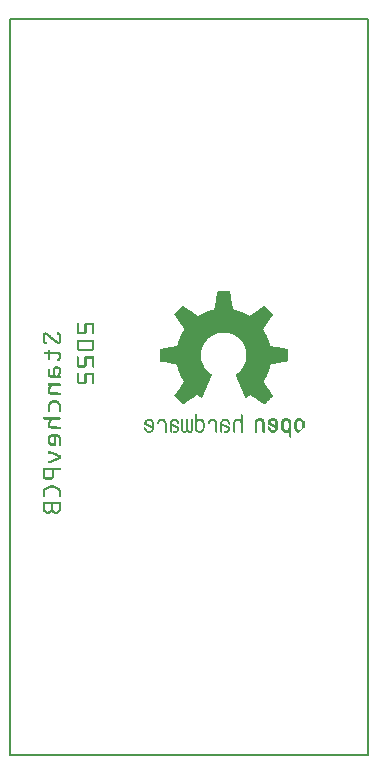
<source format=gbo>
G04 MADE WITH FRITZING*
G04 WWW.FRITZING.ORG*
G04 DOUBLE SIDED*
G04 HOLES PLATED*
G04 CONTOUR ON CENTER OF CONTOUR VECTOR*
%ASAXBY*%
%FSLAX23Y23*%
%MOIN*%
%OFA0B0*%
%SFA1.0B1.0*%
%ADD10R,1.200080X2.461620X1.184080X2.445620*%
%ADD11C,0.008000*%
%ADD12R,0.001000X0.001000*%
%LNSILK0*%
G90*
G70*
G54D11*
X4Y2458D02*
X1196Y2458D01*
X1196Y4D01*
X4Y4D01*
X4Y2458D01*
D02*
G54D12*
X696Y1550D02*
X735Y1550D01*
X695Y1549D02*
X736Y1549D01*
X695Y1548D02*
X736Y1548D01*
X695Y1547D02*
X736Y1547D01*
X695Y1546D02*
X736Y1546D01*
X695Y1545D02*
X737Y1545D01*
X694Y1544D02*
X737Y1544D01*
X694Y1543D02*
X737Y1543D01*
X694Y1542D02*
X737Y1542D01*
X694Y1541D02*
X737Y1541D01*
X694Y1540D02*
X738Y1540D01*
X694Y1539D02*
X738Y1539D01*
X693Y1538D02*
X738Y1538D01*
X693Y1537D02*
X738Y1537D01*
X693Y1536D02*
X738Y1536D01*
X693Y1535D02*
X738Y1535D01*
X693Y1534D02*
X739Y1534D01*
X692Y1533D02*
X739Y1533D01*
X692Y1532D02*
X739Y1532D01*
X692Y1531D02*
X739Y1531D01*
X692Y1530D02*
X739Y1530D01*
X692Y1529D02*
X740Y1529D01*
X691Y1528D02*
X740Y1528D01*
X691Y1527D02*
X740Y1527D01*
X691Y1526D02*
X740Y1526D01*
X691Y1525D02*
X740Y1525D01*
X691Y1524D02*
X741Y1524D01*
X691Y1523D02*
X741Y1523D01*
X690Y1522D02*
X741Y1522D01*
X690Y1521D02*
X741Y1521D01*
X690Y1520D02*
X741Y1520D01*
X690Y1519D02*
X741Y1519D01*
X690Y1518D02*
X742Y1518D01*
X689Y1517D02*
X742Y1517D01*
X689Y1516D02*
X742Y1516D01*
X689Y1515D02*
X742Y1515D01*
X689Y1514D02*
X742Y1514D01*
X689Y1513D02*
X743Y1513D01*
X689Y1512D02*
X743Y1512D01*
X688Y1511D02*
X743Y1511D01*
X688Y1510D02*
X743Y1510D01*
X688Y1509D02*
X743Y1509D01*
X688Y1508D02*
X743Y1508D01*
X688Y1507D02*
X744Y1507D01*
X687Y1506D02*
X744Y1506D01*
X687Y1505D02*
X744Y1505D01*
X687Y1504D02*
X744Y1504D01*
X687Y1503D02*
X744Y1503D01*
X580Y1502D02*
X580Y1502D01*
X687Y1502D02*
X745Y1502D01*
X851Y1502D02*
X851Y1502D01*
X579Y1501D02*
X581Y1501D01*
X686Y1501D02*
X745Y1501D01*
X850Y1501D02*
X852Y1501D01*
X578Y1500D02*
X583Y1500D01*
X686Y1500D02*
X745Y1500D01*
X848Y1500D02*
X853Y1500D01*
X577Y1499D02*
X584Y1499D01*
X686Y1499D02*
X745Y1499D01*
X847Y1499D02*
X854Y1499D01*
X576Y1498D02*
X586Y1498D01*
X686Y1498D02*
X745Y1498D01*
X845Y1498D02*
X855Y1498D01*
X575Y1497D02*
X587Y1497D01*
X686Y1497D02*
X746Y1497D01*
X844Y1497D02*
X856Y1497D01*
X574Y1496D02*
X589Y1496D01*
X686Y1496D02*
X746Y1496D01*
X843Y1496D02*
X857Y1496D01*
X573Y1495D02*
X590Y1495D01*
X685Y1495D02*
X746Y1495D01*
X841Y1495D02*
X858Y1495D01*
X572Y1494D02*
X592Y1494D01*
X685Y1494D02*
X746Y1494D01*
X840Y1494D02*
X859Y1494D01*
X571Y1493D02*
X593Y1493D01*
X685Y1493D02*
X746Y1493D01*
X838Y1493D02*
X860Y1493D01*
X570Y1492D02*
X595Y1492D01*
X685Y1492D02*
X746Y1492D01*
X837Y1492D02*
X861Y1492D01*
X569Y1491D02*
X596Y1491D01*
X685Y1491D02*
X747Y1491D01*
X835Y1491D02*
X862Y1491D01*
X568Y1490D02*
X597Y1490D01*
X684Y1490D02*
X748Y1490D01*
X834Y1490D02*
X863Y1490D01*
X567Y1489D02*
X599Y1489D01*
X679Y1489D02*
X752Y1489D01*
X832Y1489D02*
X864Y1489D01*
X566Y1488D02*
X600Y1488D01*
X675Y1488D02*
X756Y1488D01*
X831Y1488D02*
X865Y1488D01*
X565Y1487D02*
X602Y1487D01*
X672Y1487D02*
X759Y1487D01*
X829Y1487D02*
X866Y1487D01*
X564Y1486D02*
X603Y1486D01*
X668Y1486D02*
X763Y1486D01*
X828Y1486D02*
X867Y1486D01*
X563Y1485D02*
X605Y1485D01*
X665Y1485D02*
X766Y1485D01*
X827Y1485D02*
X868Y1485D01*
X562Y1484D02*
X606Y1484D01*
X663Y1484D02*
X769Y1484D01*
X825Y1484D02*
X869Y1484D01*
X561Y1483D02*
X608Y1483D01*
X660Y1483D02*
X771Y1483D01*
X824Y1483D02*
X870Y1483D01*
X560Y1482D02*
X609Y1482D01*
X657Y1482D02*
X774Y1482D01*
X822Y1482D02*
X871Y1482D01*
X559Y1481D02*
X611Y1481D01*
X655Y1481D02*
X776Y1481D01*
X821Y1481D02*
X872Y1481D01*
X558Y1480D02*
X612Y1480D01*
X653Y1480D02*
X779Y1480D01*
X819Y1480D02*
X873Y1480D01*
X557Y1479D02*
X613Y1479D01*
X650Y1479D02*
X781Y1479D01*
X818Y1479D02*
X874Y1479D01*
X556Y1478D02*
X615Y1478D01*
X648Y1478D02*
X783Y1478D01*
X816Y1478D02*
X875Y1478D01*
X555Y1477D02*
X616Y1477D01*
X646Y1477D02*
X785Y1477D01*
X815Y1477D02*
X876Y1477D01*
X554Y1476D02*
X618Y1476D01*
X644Y1476D02*
X787Y1476D01*
X813Y1476D02*
X877Y1476D01*
X553Y1475D02*
X619Y1475D01*
X642Y1475D02*
X789Y1475D01*
X812Y1475D02*
X878Y1475D01*
X552Y1474D02*
X621Y1474D01*
X640Y1474D02*
X791Y1474D01*
X811Y1474D02*
X879Y1474D01*
X552Y1473D02*
X622Y1473D01*
X639Y1473D02*
X793Y1473D01*
X809Y1473D02*
X880Y1473D01*
X552Y1472D02*
X624Y1472D01*
X637Y1472D02*
X794Y1472D01*
X808Y1472D02*
X879Y1472D01*
X553Y1471D02*
X625Y1471D01*
X635Y1471D02*
X796Y1471D01*
X806Y1471D02*
X878Y1471D01*
X554Y1470D02*
X627Y1470D01*
X634Y1470D02*
X798Y1470D01*
X805Y1470D02*
X878Y1470D01*
X554Y1469D02*
X628Y1469D01*
X632Y1469D02*
X799Y1469D01*
X803Y1469D02*
X877Y1469D01*
X555Y1468D02*
X876Y1468D01*
X556Y1467D02*
X876Y1467D01*
X556Y1466D02*
X875Y1466D01*
X557Y1465D02*
X874Y1465D01*
X558Y1464D02*
X874Y1464D01*
X558Y1463D02*
X873Y1463D01*
X559Y1462D02*
X872Y1462D01*
X560Y1461D02*
X871Y1461D01*
X560Y1460D02*
X871Y1460D01*
X561Y1459D02*
X870Y1459D01*
X562Y1458D02*
X869Y1458D01*
X563Y1457D02*
X869Y1457D01*
X563Y1456D02*
X868Y1456D01*
X564Y1455D02*
X867Y1455D01*
X565Y1454D02*
X867Y1454D01*
X565Y1453D02*
X866Y1453D01*
X566Y1452D02*
X865Y1452D01*
X567Y1451D02*
X865Y1451D01*
X567Y1450D02*
X864Y1450D01*
X568Y1449D02*
X863Y1449D01*
X569Y1448D02*
X863Y1448D01*
X569Y1447D02*
X862Y1447D01*
X570Y1446D02*
X861Y1446D01*
X229Y1445D02*
X229Y1445D01*
X258Y1445D02*
X284Y1445D01*
X571Y1445D02*
X860Y1445D01*
X227Y1444D02*
X231Y1444D01*
X255Y1444D02*
X284Y1444D01*
X571Y1444D02*
X860Y1444D01*
X226Y1443D02*
X232Y1443D01*
X254Y1443D02*
X284Y1443D01*
X572Y1443D02*
X859Y1443D01*
X226Y1442D02*
X232Y1442D01*
X253Y1442D02*
X284Y1442D01*
X573Y1442D02*
X858Y1442D01*
X226Y1441D02*
X232Y1441D01*
X253Y1441D02*
X284Y1441D01*
X574Y1441D02*
X858Y1441D01*
X226Y1440D02*
X232Y1440D01*
X252Y1440D02*
X284Y1440D01*
X574Y1440D02*
X857Y1440D01*
X226Y1439D02*
X232Y1439D01*
X252Y1439D02*
X284Y1439D01*
X575Y1439D02*
X856Y1439D01*
X226Y1438D02*
X232Y1438D01*
X252Y1438D02*
X284Y1438D01*
X576Y1438D02*
X856Y1438D01*
X226Y1437D02*
X232Y1437D01*
X252Y1437D02*
X258Y1437D01*
X277Y1437D02*
X284Y1437D01*
X576Y1437D02*
X855Y1437D01*
X226Y1436D02*
X232Y1436D01*
X252Y1436D02*
X258Y1436D01*
X278Y1436D02*
X284Y1436D01*
X577Y1436D02*
X854Y1436D01*
X226Y1435D02*
X232Y1435D01*
X252Y1435D02*
X258Y1435D01*
X278Y1435D02*
X284Y1435D01*
X578Y1435D02*
X854Y1435D01*
X226Y1434D02*
X232Y1434D01*
X252Y1434D02*
X258Y1434D01*
X278Y1434D02*
X284Y1434D01*
X578Y1434D02*
X853Y1434D01*
X226Y1433D02*
X232Y1433D01*
X252Y1433D02*
X258Y1433D01*
X278Y1433D02*
X284Y1433D01*
X579Y1433D02*
X852Y1433D01*
X226Y1432D02*
X232Y1432D01*
X252Y1432D02*
X258Y1432D01*
X278Y1432D02*
X284Y1432D01*
X580Y1432D02*
X852Y1432D01*
X226Y1431D02*
X232Y1431D01*
X252Y1431D02*
X258Y1431D01*
X278Y1431D02*
X284Y1431D01*
X580Y1431D02*
X851Y1431D01*
X226Y1430D02*
X232Y1430D01*
X252Y1430D02*
X258Y1430D01*
X278Y1430D02*
X284Y1430D01*
X581Y1430D02*
X850Y1430D01*
X226Y1429D02*
X232Y1429D01*
X252Y1429D02*
X258Y1429D01*
X278Y1429D02*
X284Y1429D01*
X582Y1429D02*
X849Y1429D01*
X226Y1428D02*
X232Y1428D01*
X252Y1428D02*
X258Y1428D01*
X278Y1428D02*
X284Y1428D01*
X582Y1428D02*
X849Y1428D01*
X226Y1427D02*
X232Y1427D01*
X252Y1427D02*
X258Y1427D01*
X278Y1427D02*
X284Y1427D01*
X583Y1427D02*
X848Y1427D01*
X226Y1426D02*
X232Y1426D01*
X252Y1426D02*
X258Y1426D01*
X278Y1426D02*
X284Y1426D01*
X584Y1426D02*
X847Y1426D01*
X226Y1425D02*
X232Y1425D01*
X252Y1425D02*
X258Y1425D01*
X278Y1425D02*
X284Y1425D01*
X585Y1425D02*
X847Y1425D01*
X226Y1424D02*
X232Y1424D01*
X252Y1424D02*
X258Y1424D01*
X278Y1424D02*
X284Y1424D01*
X585Y1424D02*
X846Y1424D01*
X226Y1423D02*
X232Y1423D01*
X252Y1423D02*
X258Y1423D01*
X278Y1423D02*
X284Y1423D01*
X585Y1423D02*
X847Y1423D01*
X226Y1422D02*
X232Y1422D01*
X252Y1422D02*
X258Y1422D01*
X278Y1422D02*
X284Y1422D01*
X584Y1422D02*
X847Y1422D01*
X226Y1421D02*
X232Y1421D01*
X252Y1421D02*
X258Y1421D01*
X278Y1421D02*
X284Y1421D01*
X583Y1421D02*
X848Y1421D01*
X226Y1420D02*
X232Y1420D01*
X252Y1420D02*
X258Y1420D01*
X278Y1420D02*
X284Y1420D01*
X583Y1420D02*
X849Y1420D01*
X226Y1419D02*
X232Y1419D01*
X252Y1419D02*
X258Y1419D01*
X278Y1419D02*
X284Y1419D01*
X582Y1419D02*
X849Y1419D01*
X226Y1418D02*
X232Y1418D01*
X252Y1418D02*
X258Y1418D01*
X278Y1418D02*
X284Y1418D01*
X581Y1418D02*
X850Y1418D01*
X226Y1417D02*
X232Y1417D01*
X252Y1417D02*
X258Y1417D01*
X278Y1417D02*
X284Y1417D01*
X581Y1417D02*
X851Y1417D01*
X226Y1416D02*
X232Y1416D01*
X252Y1416D02*
X258Y1416D01*
X278Y1416D02*
X284Y1416D01*
X580Y1416D02*
X851Y1416D01*
X226Y1415D02*
X233Y1415D01*
X251Y1415D02*
X258Y1415D01*
X278Y1415D02*
X284Y1415D01*
X580Y1415D02*
X852Y1415D01*
X226Y1414D02*
X258Y1414D01*
X278Y1414D02*
X284Y1414D01*
X579Y1414D02*
X852Y1414D01*
X119Y1413D02*
X124Y1413D01*
X162Y1413D02*
X165Y1413D01*
X226Y1413D02*
X258Y1413D01*
X278Y1413D02*
X284Y1413D01*
X578Y1413D02*
X853Y1413D01*
X117Y1412D02*
X126Y1412D01*
X160Y1412D02*
X168Y1412D01*
X226Y1412D02*
X258Y1412D01*
X278Y1412D02*
X284Y1412D01*
X578Y1412D02*
X704Y1412D01*
X728Y1412D02*
X853Y1412D01*
X116Y1411D02*
X127Y1411D01*
X160Y1411D02*
X169Y1411D01*
X227Y1411D02*
X257Y1411D01*
X278Y1411D02*
X284Y1411D01*
X577Y1411D02*
X698Y1411D01*
X733Y1411D02*
X854Y1411D01*
X115Y1410D02*
X129Y1410D01*
X160Y1410D02*
X170Y1410D01*
X227Y1410D02*
X257Y1410D01*
X278Y1410D02*
X284Y1410D01*
X577Y1410D02*
X694Y1410D01*
X737Y1410D02*
X854Y1410D01*
X114Y1409D02*
X130Y1409D01*
X160Y1409D02*
X171Y1409D01*
X228Y1409D02*
X256Y1409D01*
X278Y1409D02*
X284Y1409D01*
X576Y1409D02*
X691Y1409D01*
X740Y1409D02*
X855Y1409D01*
X114Y1408D02*
X131Y1408D01*
X160Y1408D02*
X172Y1408D01*
X230Y1408D02*
X254Y1408D01*
X279Y1408D02*
X283Y1408D01*
X576Y1408D02*
X688Y1408D01*
X743Y1408D02*
X856Y1408D01*
X113Y1407D02*
X132Y1407D01*
X160Y1407D02*
X172Y1407D01*
X575Y1407D02*
X686Y1407D01*
X746Y1407D02*
X856Y1407D01*
X113Y1406D02*
X134Y1406D01*
X162Y1406D02*
X172Y1406D01*
X575Y1406D02*
X684Y1406D01*
X748Y1406D02*
X857Y1406D01*
X113Y1405D02*
X120Y1405D01*
X123Y1405D02*
X135Y1405D01*
X165Y1405D02*
X173Y1405D01*
X574Y1405D02*
X681Y1405D01*
X750Y1405D02*
X857Y1405D01*
X113Y1404D02*
X120Y1404D01*
X124Y1404D02*
X136Y1404D01*
X166Y1404D02*
X173Y1404D01*
X574Y1404D02*
X679Y1404D01*
X752Y1404D02*
X858Y1404D01*
X113Y1403D02*
X120Y1403D01*
X126Y1403D02*
X138Y1403D01*
X166Y1403D02*
X173Y1403D01*
X573Y1403D02*
X678Y1403D01*
X754Y1403D02*
X858Y1403D01*
X113Y1402D02*
X120Y1402D01*
X127Y1402D02*
X139Y1402D01*
X166Y1402D02*
X173Y1402D01*
X573Y1402D02*
X676Y1402D01*
X755Y1402D02*
X858Y1402D01*
X113Y1401D02*
X120Y1401D01*
X128Y1401D02*
X140Y1401D01*
X166Y1401D02*
X173Y1401D01*
X572Y1401D02*
X674Y1401D01*
X757Y1401D02*
X859Y1401D01*
X113Y1400D02*
X120Y1400D01*
X129Y1400D02*
X141Y1400D01*
X166Y1400D02*
X173Y1400D01*
X572Y1400D02*
X673Y1400D01*
X758Y1400D02*
X859Y1400D01*
X113Y1399D02*
X120Y1399D01*
X131Y1399D02*
X143Y1399D01*
X166Y1399D02*
X173Y1399D01*
X571Y1399D02*
X671Y1399D01*
X760Y1399D02*
X860Y1399D01*
X113Y1398D02*
X120Y1398D01*
X132Y1398D02*
X144Y1398D01*
X166Y1398D02*
X173Y1398D01*
X571Y1398D02*
X670Y1398D01*
X761Y1398D02*
X860Y1398D01*
X113Y1397D02*
X120Y1397D01*
X133Y1397D02*
X145Y1397D01*
X166Y1397D02*
X173Y1397D01*
X570Y1397D02*
X669Y1397D01*
X763Y1397D02*
X861Y1397D01*
X113Y1396D02*
X120Y1396D01*
X135Y1396D02*
X147Y1396D01*
X166Y1396D02*
X173Y1396D01*
X570Y1396D02*
X667Y1396D01*
X764Y1396D02*
X861Y1396D01*
X113Y1395D02*
X120Y1395D01*
X136Y1395D02*
X148Y1395D01*
X166Y1395D02*
X173Y1395D01*
X570Y1395D02*
X666Y1395D01*
X765Y1395D02*
X862Y1395D01*
X113Y1394D02*
X120Y1394D01*
X137Y1394D02*
X149Y1394D01*
X166Y1394D02*
X173Y1394D01*
X569Y1394D02*
X665Y1394D01*
X766Y1394D02*
X862Y1394D01*
X113Y1393D02*
X120Y1393D01*
X138Y1393D02*
X150Y1393D01*
X166Y1393D02*
X173Y1393D01*
X569Y1393D02*
X664Y1393D01*
X767Y1393D02*
X862Y1393D01*
X113Y1392D02*
X120Y1392D01*
X140Y1392D02*
X152Y1392D01*
X166Y1392D02*
X173Y1392D01*
X568Y1392D02*
X663Y1392D01*
X768Y1392D02*
X863Y1392D01*
X113Y1391D02*
X120Y1391D01*
X141Y1391D02*
X153Y1391D01*
X166Y1391D02*
X173Y1391D01*
X568Y1391D02*
X662Y1391D01*
X769Y1391D02*
X863Y1391D01*
X113Y1390D02*
X120Y1390D01*
X142Y1390D02*
X154Y1390D01*
X166Y1390D02*
X173Y1390D01*
X568Y1390D02*
X661Y1390D01*
X770Y1390D02*
X864Y1390D01*
X113Y1389D02*
X120Y1389D01*
X144Y1389D02*
X156Y1389D01*
X166Y1389D02*
X173Y1389D01*
X230Y1389D02*
X280Y1389D01*
X567Y1389D02*
X660Y1389D01*
X771Y1389D02*
X864Y1389D01*
X113Y1388D02*
X120Y1388D01*
X145Y1388D02*
X157Y1388D01*
X166Y1388D02*
X173Y1388D01*
X228Y1388D02*
X281Y1388D01*
X567Y1388D02*
X659Y1388D01*
X772Y1388D02*
X864Y1388D01*
X113Y1387D02*
X120Y1387D01*
X146Y1387D02*
X158Y1387D01*
X166Y1387D02*
X173Y1387D01*
X227Y1387D02*
X282Y1387D01*
X567Y1387D02*
X658Y1387D01*
X773Y1387D02*
X865Y1387D01*
X113Y1386D02*
X120Y1386D01*
X147Y1386D02*
X159Y1386D01*
X166Y1386D02*
X173Y1386D01*
X227Y1386D02*
X283Y1386D01*
X566Y1386D02*
X657Y1386D01*
X774Y1386D02*
X865Y1386D01*
X113Y1385D02*
X120Y1385D01*
X149Y1385D02*
X161Y1385D01*
X166Y1385D02*
X173Y1385D01*
X226Y1385D02*
X284Y1385D01*
X566Y1385D02*
X656Y1385D01*
X775Y1385D02*
X865Y1385D01*
X113Y1384D02*
X120Y1384D01*
X150Y1384D02*
X162Y1384D01*
X166Y1384D02*
X173Y1384D01*
X226Y1384D02*
X284Y1384D01*
X566Y1384D02*
X656Y1384D01*
X776Y1384D02*
X866Y1384D01*
X113Y1383D02*
X121Y1383D01*
X151Y1383D02*
X163Y1383D01*
X166Y1383D02*
X173Y1383D01*
X226Y1383D02*
X284Y1383D01*
X565Y1383D02*
X655Y1383D01*
X776Y1383D02*
X866Y1383D01*
X113Y1382D02*
X124Y1382D01*
X153Y1382D02*
X173Y1382D01*
X226Y1382D02*
X233Y1382D01*
X277Y1382D02*
X284Y1382D01*
X565Y1382D02*
X654Y1382D01*
X777Y1382D02*
X866Y1382D01*
X114Y1381D02*
X126Y1381D01*
X154Y1381D02*
X173Y1381D01*
X226Y1381D02*
X232Y1381D01*
X278Y1381D02*
X284Y1381D01*
X565Y1381D02*
X653Y1381D01*
X778Y1381D02*
X867Y1381D01*
X114Y1380D02*
X126Y1380D01*
X155Y1380D02*
X172Y1380D01*
X226Y1380D02*
X232Y1380D01*
X278Y1380D02*
X284Y1380D01*
X564Y1380D02*
X653Y1380D01*
X779Y1380D02*
X867Y1380D01*
X115Y1379D02*
X126Y1379D01*
X156Y1379D02*
X172Y1379D01*
X226Y1379D02*
X232Y1379D01*
X278Y1379D02*
X284Y1379D01*
X564Y1379D02*
X652Y1379D01*
X779Y1379D02*
X867Y1379D01*
X116Y1378D02*
X126Y1378D01*
X158Y1378D02*
X171Y1378D01*
X226Y1378D02*
X232Y1378D01*
X278Y1378D02*
X284Y1378D01*
X564Y1378D02*
X651Y1378D01*
X780Y1378D02*
X867Y1378D01*
X117Y1377D02*
X126Y1377D01*
X159Y1377D02*
X170Y1377D01*
X226Y1377D02*
X232Y1377D01*
X278Y1377D02*
X284Y1377D01*
X564Y1377D02*
X651Y1377D01*
X780Y1377D02*
X868Y1377D01*
X118Y1376D02*
X126Y1376D01*
X160Y1376D02*
X169Y1376D01*
X226Y1376D02*
X232Y1376D01*
X278Y1376D02*
X284Y1376D01*
X563Y1376D02*
X650Y1376D01*
X781Y1376D02*
X868Y1376D01*
X121Y1375D02*
X124Y1375D01*
X162Y1375D02*
X167Y1375D01*
X226Y1375D02*
X232Y1375D01*
X278Y1375D02*
X284Y1375D01*
X563Y1375D02*
X650Y1375D01*
X782Y1375D02*
X868Y1375D01*
X226Y1374D02*
X232Y1374D01*
X278Y1374D02*
X284Y1374D01*
X563Y1374D02*
X649Y1374D01*
X782Y1374D02*
X868Y1374D01*
X226Y1373D02*
X232Y1373D01*
X278Y1373D02*
X284Y1373D01*
X563Y1373D02*
X648Y1373D01*
X783Y1373D02*
X869Y1373D01*
X226Y1372D02*
X232Y1372D01*
X278Y1372D02*
X284Y1372D01*
X562Y1372D02*
X648Y1372D01*
X783Y1372D02*
X869Y1372D01*
X226Y1371D02*
X232Y1371D01*
X278Y1371D02*
X284Y1371D01*
X562Y1371D02*
X647Y1371D01*
X784Y1371D02*
X869Y1371D01*
X226Y1370D02*
X232Y1370D01*
X278Y1370D02*
X284Y1370D01*
X562Y1370D02*
X647Y1370D01*
X784Y1370D02*
X869Y1370D01*
X226Y1369D02*
X232Y1369D01*
X278Y1369D02*
X284Y1369D01*
X561Y1369D02*
X646Y1369D01*
X785Y1369D02*
X870Y1369D01*
X226Y1368D02*
X232Y1368D01*
X278Y1368D02*
X284Y1368D01*
X556Y1368D02*
X646Y1368D01*
X785Y1368D02*
X875Y1368D01*
X226Y1367D02*
X232Y1367D01*
X278Y1367D02*
X284Y1367D01*
X551Y1367D02*
X646Y1367D01*
X786Y1367D02*
X880Y1367D01*
X226Y1366D02*
X232Y1366D01*
X278Y1366D02*
X284Y1366D01*
X546Y1366D02*
X645Y1366D01*
X786Y1366D02*
X886Y1366D01*
X226Y1365D02*
X232Y1365D01*
X278Y1365D02*
X284Y1365D01*
X540Y1365D02*
X645Y1365D01*
X786Y1365D02*
X891Y1365D01*
X226Y1364D02*
X232Y1364D01*
X278Y1364D02*
X284Y1364D01*
X535Y1364D02*
X644Y1364D01*
X787Y1364D02*
X896Y1364D01*
X226Y1363D02*
X232Y1363D01*
X278Y1363D02*
X284Y1363D01*
X530Y1363D02*
X644Y1363D01*
X787Y1363D02*
X902Y1363D01*
X226Y1362D02*
X232Y1362D01*
X278Y1362D02*
X284Y1362D01*
X524Y1362D02*
X644Y1362D01*
X788Y1362D02*
X907Y1362D01*
X226Y1361D02*
X232Y1361D01*
X278Y1361D02*
X284Y1361D01*
X519Y1361D02*
X643Y1361D01*
X788Y1361D02*
X912Y1361D01*
X226Y1360D02*
X232Y1360D01*
X278Y1360D02*
X284Y1360D01*
X513Y1360D02*
X643Y1360D01*
X788Y1360D02*
X918Y1360D01*
X226Y1359D02*
X284Y1359D01*
X508Y1359D02*
X643Y1359D01*
X789Y1359D02*
X923Y1359D01*
X226Y1358D02*
X284Y1358D01*
X504Y1358D02*
X642Y1358D01*
X789Y1358D02*
X927Y1358D01*
X226Y1357D02*
X284Y1357D01*
X504Y1357D02*
X642Y1357D01*
X789Y1357D02*
X928Y1357D01*
X131Y1356D02*
X135Y1356D01*
X227Y1356D02*
X283Y1356D01*
X504Y1356D02*
X642Y1356D01*
X789Y1356D02*
X928Y1356D01*
X130Y1355D02*
X136Y1355D01*
X227Y1355D02*
X283Y1355D01*
X504Y1355D02*
X642Y1355D01*
X790Y1355D02*
X928Y1355D01*
X130Y1354D02*
X136Y1354D01*
X228Y1354D02*
X282Y1354D01*
X504Y1354D02*
X641Y1354D01*
X790Y1354D02*
X928Y1354D01*
X130Y1353D02*
X136Y1353D01*
X229Y1353D02*
X281Y1353D01*
X504Y1353D02*
X641Y1353D01*
X790Y1353D02*
X928Y1353D01*
X130Y1352D02*
X136Y1352D01*
X232Y1352D02*
X278Y1352D01*
X504Y1352D02*
X641Y1352D01*
X790Y1352D02*
X928Y1352D01*
X130Y1351D02*
X136Y1351D01*
X504Y1351D02*
X641Y1351D01*
X790Y1351D02*
X928Y1351D01*
X130Y1350D02*
X136Y1350D01*
X504Y1350D02*
X641Y1350D01*
X791Y1350D02*
X928Y1350D01*
X119Y1349D02*
X163Y1349D01*
X504Y1349D02*
X640Y1349D01*
X791Y1349D02*
X928Y1349D01*
X117Y1348D02*
X166Y1348D01*
X504Y1348D02*
X640Y1348D01*
X791Y1348D02*
X928Y1348D01*
X117Y1347D02*
X168Y1347D01*
X504Y1347D02*
X640Y1347D01*
X791Y1347D02*
X928Y1347D01*
X116Y1346D02*
X169Y1346D01*
X504Y1346D02*
X640Y1346D01*
X791Y1346D02*
X928Y1346D01*
X116Y1345D02*
X170Y1345D01*
X504Y1345D02*
X640Y1345D01*
X791Y1345D02*
X928Y1345D01*
X117Y1344D02*
X171Y1344D01*
X504Y1344D02*
X640Y1344D01*
X791Y1344D02*
X928Y1344D01*
X117Y1343D02*
X172Y1343D01*
X504Y1343D02*
X640Y1343D01*
X792Y1343D02*
X928Y1343D01*
X118Y1342D02*
X172Y1342D01*
X504Y1342D02*
X640Y1342D01*
X792Y1342D02*
X928Y1342D01*
X129Y1341D02*
X137Y1341D01*
X164Y1341D02*
X172Y1341D01*
X504Y1341D02*
X640Y1341D01*
X792Y1341D02*
X928Y1341D01*
X130Y1340D02*
X136Y1340D01*
X165Y1340D02*
X173Y1340D01*
X504Y1340D02*
X640Y1340D01*
X792Y1340D02*
X928Y1340D01*
X130Y1339D02*
X136Y1339D01*
X166Y1339D02*
X173Y1339D01*
X504Y1339D02*
X640Y1339D01*
X792Y1339D02*
X928Y1339D01*
X130Y1338D02*
X136Y1338D01*
X166Y1338D02*
X173Y1338D01*
X504Y1338D02*
X639Y1338D01*
X792Y1338D02*
X928Y1338D01*
X130Y1337D02*
X136Y1337D01*
X166Y1337D02*
X173Y1337D01*
X504Y1337D02*
X639Y1337D01*
X792Y1337D02*
X928Y1337D01*
X130Y1336D02*
X136Y1336D01*
X166Y1336D02*
X173Y1336D01*
X504Y1336D02*
X639Y1336D01*
X792Y1336D02*
X928Y1336D01*
X130Y1335D02*
X136Y1335D01*
X166Y1335D02*
X173Y1335D01*
X504Y1335D02*
X640Y1335D01*
X792Y1335D02*
X928Y1335D01*
X130Y1334D02*
X136Y1334D01*
X166Y1334D02*
X173Y1334D01*
X228Y1334D02*
X230Y1334D01*
X256Y1334D02*
X284Y1334D01*
X504Y1334D02*
X640Y1334D01*
X792Y1334D02*
X928Y1334D01*
X130Y1333D02*
X136Y1333D01*
X166Y1333D02*
X173Y1333D01*
X226Y1333D02*
X231Y1333D01*
X255Y1333D02*
X284Y1333D01*
X504Y1333D02*
X640Y1333D01*
X792Y1333D02*
X928Y1333D01*
X130Y1332D02*
X136Y1332D01*
X166Y1332D02*
X173Y1332D01*
X226Y1332D02*
X232Y1332D01*
X254Y1332D02*
X284Y1332D01*
X504Y1332D02*
X640Y1332D01*
X792Y1332D02*
X928Y1332D01*
X130Y1331D02*
X136Y1331D01*
X166Y1331D02*
X173Y1331D01*
X226Y1331D02*
X232Y1331D01*
X253Y1331D02*
X284Y1331D01*
X504Y1331D02*
X640Y1331D01*
X792Y1331D02*
X928Y1331D01*
X130Y1330D02*
X136Y1330D01*
X166Y1330D02*
X173Y1330D01*
X226Y1330D02*
X232Y1330D01*
X252Y1330D02*
X284Y1330D01*
X504Y1330D02*
X640Y1330D01*
X791Y1330D02*
X928Y1330D01*
X130Y1329D02*
X136Y1329D01*
X166Y1329D02*
X173Y1329D01*
X226Y1329D02*
X232Y1329D01*
X252Y1329D02*
X284Y1329D01*
X504Y1329D02*
X640Y1329D01*
X791Y1329D02*
X928Y1329D01*
X130Y1328D02*
X136Y1328D01*
X166Y1328D02*
X173Y1328D01*
X226Y1328D02*
X232Y1328D01*
X252Y1328D02*
X284Y1328D01*
X504Y1328D02*
X640Y1328D01*
X791Y1328D02*
X928Y1328D01*
X130Y1327D02*
X136Y1327D01*
X165Y1327D02*
X173Y1327D01*
X226Y1327D02*
X232Y1327D01*
X252Y1327D02*
X284Y1327D01*
X504Y1327D02*
X640Y1327D01*
X791Y1327D02*
X928Y1327D01*
X130Y1326D02*
X136Y1326D01*
X163Y1326D02*
X172Y1326D01*
X226Y1326D02*
X232Y1326D01*
X252Y1326D02*
X258Y1326D01*
X278Y1326D02*
X284Y1326D01*
X504Y1326D02*
X640Y1326D01*
X791Y1326D02*
X928Y1326D01*
X130Y1325D02*
X136Y1325D01*
X161Y1325D02*
X172Y1325D01*
X226Y1325D02*
X232Y1325D01*
X252Y1325D02*
X258Y1325D01*
X278Y1325D02*
X284Y1325D01*
X504Y1325D02*
X640Y1325D01*
X791Y1325D02*
X928Y1325D01*
X130Y1324D02*
X136Y1324D01*
X160Y1324D02*
X171Y1324D01*
X226Y1324D02*
X232Y1324D01*
X252Y1324D02*
X258Y1324D01*
X278Y1324D02*
X284Y1324D01*
X504Y1324D02*
X641Y1324D01*
X791Y1324D02*
X928Y1324D01*
X131Y1323D02*
X135Y1323D01*
X160Y1323D02*
X171Y1323D01*
X226Y1323D02*
X232Y1323D01*
X252Y1323D02*
X258Y1323D01*
X278Y1323D02*
X284Y1323D01*
X504Y1323D02*
X641Y1323D01*
X790Y1323D02*
X928Y1323D01*
X160Y1322D02*
X170Y1322D01*
X226Y1322D02*
X232Y1322D01*
X252Y1322D02*
X258Y1322D01*
X278Y1322D02*
X284Y1322D01*
X504Y1322D02*
X641Y1322D01*
X790Y1322D02*
X928Y1322D01*
X160Y1321D02*
X169Y1321D01*
X226Y1321D02*
X232Y1321D01*
X252Y1321D02*
X258Y1321D01*
X278Y1321D02*
X284Y1321D01*
X504Y1321D02*
X641Y1321D01*
X790Y1321D02*
X928Y1321D01*
X160Y1320D02*
X168Y1320D01*
X226Y1320D02*
X232Y1320D01*
X252Y1320D02*
X258Y1320D01*
X278Y1320D02*
X284Y1320D01*
X504Y1320D02*
X641Y1320D01*
X790Y1320D02*
X928Y1320D01*
X161Y1319D02*
X166Y1319D01*
X226Y1319D02*
X232Y1319D01*
X252Y1319D02*
X258Y1319D01*
X278Y1319D02*
X284Y1319D01*
X504Y1319D02*
X642Y1319D01*
X790Y1319D02*
X928Y1319D01*
X163Y1318D02*
X163Y1318D01*
X226Y1318D02*
X232Y1318D01*
X252Y1318D02*
X258Y1318D01*
X278Y1318D02*
X284Y1318D01*
X504Y1318D02*
X642Y1318D01*
X789Y1318D02*
X928Y1318D01*
X226Y1317D02*
X232Y1317D01*
X252Y1317D02*
X258Y1317D01*
X278Y1317D02*
X284Y1317D01*
X504Y1317D02*
X642Y1317D01*
X789Y1317D02*
X927Y1317D01*
X226Y1316D02*
X232Y1316D01*
X252Y1316D02*
X258Y1316D01*
X278Y1316D02*
X284Y1316D01*
X510Y1316D02*
X643Y1316D01*
X789Y1316D02*
X922Y1316D01*
X226Y1315D02*
X232Y1315D01*
X252Y1315D02*
X258Y1315D01*
X278Y1315D02*
X284Y1315D01*
X515Y1315D02*
X643Y1315D01*
X788Y1315D02*
X916Y1315D01*
X226Y1314D02*
X232Y1314D01*
X252Y1314D02*
X258Y1314D01*
X278Y1314D02*
X284Y1314D01*
X520Y1314D02*
X643Y1314D01*
X788Y1314D02*
X911Y1314D01*
X226Y1313D02*
X232Y1313D01*
X252Y1313D02*
X258Y1313D01*
X278Y1313D02*
X284Y1313D01*
X526Y1313D02*
X643Y1313D01*
X788Y1313D02*
X906Y1313D01*
X226Y1312D02*
X232Y1312D01*
X252Y1312D02*
X258Y1312D01*
X278Y1312D02*
X284Y1312D01*
X531Y1312D02*
X644Y1312D01*
X787Y1312D02*
X900Y1312D01*
X226Y1311D02*
X232Y1311D01*
X252Y1311D02*
X258Y1311D01*
X278Y1311D02*
X284Y1311D01*
X536Y1311D02*
X644Y1311D01*
X787Y1311D02*
X895Y1311D01*
X226Y1310D02*
X232Y1310D01*
X252Y1310D02*
X258Y1310D01*
X278Y1310D02*
X284Y1310D01*
X542Y1310D02*
X645Y1310D01*
X787Y1310D02*
X889Y1310D01*
X226Y1309D02*
X232Y1309D01*
X252Y1309D02*
X258Y1309D01*
X278Y1309D02*
X284Y1309D01*
X547Y1309D02*
X645Y1309D01*
X786Y1309D02*
X884Y1309D01*
X226Y1308D02*
X232Y1308D01*
X252Y1308D02*
X258Y1308D01*
X278Y1308D02*
X284Y1308D01*
X552Y1308D02*
X645Y1308D01*
X786Y1308D02*
X879Y1308D01*
X226Y1307D02*
X232Y1307D01*
X252Y1307D02*
X258Y1307D01*
X278Y1307D02*
X284Y1307D01*
X558Y1307D02*
X646Y1307D01*
X785Y1307D02*
X873Y1307D01*
X226Y1306D02*
X232Y1306D01*
X252Y1306D02*
X258Y1306D01*
X278Y1306D02*
X284Y1306D01*
X561Y1306D02*
X646Y1306D01*
X785Y1306D02*
X871Y1306D01*
X226Y1305D02*
X232Y1305D01*
X252Y1305D02*
X258Y1305D01*
X278Y1305D02*
X284Y1305D01*
X561Y1305D02*
X647Y1305D01*
X785Y1305D02*
X870Y1305D01*
X226Y1304D02*
X258Y1304D01*
X278Y1304D02*
X284Y1304D01*
X561Y1304D02*
X647Y1304D01*
X784Y1304D02*
X870Y1304D01*
X226Y1303D02*
X258Y1303D01*
X278Y1303D02*
X284Y1303D01*
X561Y1303D02*
X648Y1303D01*
X784Y1303D02*
X870Y1303D01*
X226Y1302D02*
X258Y1302D01*
X278Y1302D02*
X284Y1302D01*
X561Y1302D02*
X648Y1302D01*
X783Y1302D02*
X870Y1302D01*
X226Y1301D02*
X258Y1301D01*
X278Y1301D02*
X284Y1301D01*
X562Y1301D02*
X649Y1301D01*
X783Y1301D02*
X870Y1301D01*
X155Y1300D02*
X164Y1300D01*
X227Y1300D02*
X257Y1300D01*
X278Y1300D02*
X284Y1300D01*
X562Y1300D02*
X649Y1300D01*
X782Y1300D02*
X869Y1300D01*
X152Y1299D02*
X167Y1299D01*
X228Y1299D02*
X256Y1299D01*
X278Y1299D02*
X284Y1299D01*
X562Y1299D02*
X650Y1299D01*
X781Y1299D02*
X869Y1299D01*
X151Y1298D02*
X168Y1298D01*
X229Y1298D02*
X255Y1298D01*
X278Y1298D02*
X283Y1298D01*
X562Y1298D02*
X650Y1298D01*
X781Y1298D02*
X869Y1298D01*
X150Y1297D02*
X169Y1297D01*
X231Y1297D02*
X253Y1297D01*
X280Y1297D02*
X282Y1297D01*
X563Y1297D02*
X651Y1297D01*
X780Y1297D02*
X869Y1297D01*
X149Y1296D02*
X170Y1296D01*
X563Y1296D02*
X652Y1296D01*
X780Y1296D02*
X868Y1296D01*
X148Y1295D02*
X171Y1295D01*
X563Y1295D02*
X652Y1295D01*
X779Y1295D02*
X868Y1295D01*
X147Y1294D02*
X172Y1294D01*
X563Y1294D02*
X653Y1294D01*
X778Y1294D02*
X868Y1294D01*
X147Y1293D02*
X172Y1293D01*
X564Y1293D02*
X654Y1293D01*
X777Y1293D02*
X868Y1293D01*
X131Y1292D02*
X135Y1292D01*
X147Y1292D02*
X155Y1292D01*
X164Y1292D02*
X172Y1292D01*
X564Y1292D02*
X655Y1292D01*
X777Y1292D02*
X867Y1292D01*
X130Y1291D02*
X136Y1291D01*
X146Y1291D02*
X154Y1291D01*
X165Y1291D02*
X173Y1291D01*
X564Y1291D02*
X655Y1291D01*
X776Y1291D02*
X867Y1291D01*
X130Y1290D02*
X136Y1290D01*
X146Y1290D02*
X153Y1290D01*
X166Y1290D02*
X173Y1290D01*
X564Y1290D02*
X656Y1290D01*
X775Y1290D02*
X867Y1290D01*
X130Y1289D02*
X136Y1289D01*
X146Y1289D02*
X153Y1289D01*
X166Y1289D02*
X173Y1289D01*
X565Y1289D02*
X657Y1289D01*
X774Y1289D02*
X866Y1289D01*
X130Y1288D02*
X136Y1288D01*
X146Y1288D02*
X153Y1288D01*
X166Y1288D02*
X173Y1288D01*
X565Y1288D02*
X658Y1288D01*
X774Y1288D02*
X866Y1288D01*
X130Y1287D02*
X136Y1287D01*
X146Y1287D02*
X153Y1287D01*
X166Y1287D02*
X173Y1287D01*
X565Y1287D02*
X659Y1287D01*
X773Y1287D02*
X866Y1287D01*
X130Y1286D02*
X136Y1286D01*
X146Y1286D02*
X153Y1286D01*
X166Y1286D02*
X173Y1286D01*
X566Y1286D02*
X660Y1286D01*
X772Y1286D02*
X866Y1286D01*
X130Y1285D02*
X136Y1285D01*
X146Y1285D02*
X153Y1285D01*
X166Y1285D02*
X173Y1285D01*
X566Y1285D02*
X660Y1285D01*
X771Y1285D02*
X865Y1285D01*
X130Y1284D02*
X136Y1284D01*
X146Y1284D02*
X153Y1284D01*
X166Y1284D02*
X173Y1284D01*
X566Y1284D02*
X661Y1284D01*
X770Y1284D02*
X865Y1284D01*
X130Y1283D02*
X136Y1283D01*
X146Y1283D02*
X153Y1283D01*
X166Y1283D02*
X173Y1283D01*
X567Y1283D02*
X662Y1283D01*
X769Y1283D02*
X865Y1283D01*
X130Y1282D02*
X136Y1282D01*
X146Y1282D02*
X153Y1282D01*
X166Y1282D02*
X173Y1282D01*
X567Y1282D02*
X663Y1282D01*
X768Y1282D02*
X864Y1282D01*
X130Y1281D02*
X136Y1281D01*
X146Y1281D02*
X153Y1281D01*
X166Y1281D02*
X173Y1281D01*
X567Y1281D02*
X665Y1281D01*
X767Y1281D02*
X864Y1281D01*
X130Y1280D02*
X136Y1280D01*
X146Y1280D02*
X153Y1280D01*
X166Y1280D02*
X173Y1280D01*
X568Y1280D02*
X666Y1280D01*
X766Y1280D02*
X863Y1280D01*
X130Y1279D02*
X136Y1279D01*
X146Y1279D02*
X153Y1279D01*
X166Y1279D02*
X173Y1279D01*
X228Y1279D02*
X230Y1279D01*
X257Y1279D02*
X284Y1279D01*
X568Y1279D02*
X667Y1279D01*
X764Y1279D02*
X863Y1279D01*
X130Y1278D02*
X136Y1278D01*
X146Y1278D02*
X153Y1278D01*
X166Y1278D02*
X173Y1278D01*
X227Y1278D02*
X231Y1278D01*
X255Y1278D02*
X284Y1278D01*
X569Y1278D02*
X668Y1278D01*
X763Y1278D02*
X863Y1278D01*
X130Y1277D02*
X136Y1277D01*
X146Y1277D02*
X153Y1277D01*
X165Y1277D02*
X173Y1277D01*
X226Y1277D02*
X232Y1277D01*
X254Y1277D02*
X284Y1277D01*
X569Y1277D02*
X669Y1277D01*
X762Y1277D02*
X862Y1277D01*
X130Y1276D02*
X136Y1276D01*
X146Y1276D02*
X153Y1276D01*
X165Y1276D02*
X173Y1276D01*
X226Y1276D02*
X232Y1276D01*
X253Y1276D02*
X284Y1276D01*
X569Y1276D02*
X671Y1276D01*
X760Y1276D02*
X862Y1276D01*
X130Y1275D02*
X136Y1275D01*
X146Y1275D02*
X153Y1275D01*
X164Y1275D02*
X172Y1275D01*
X226Y1275D02*
X232Y1275D01*
X252Y1275D02*
X284Y1275D01*
X570Y1275D02*
X672Y1275D01*
X759Y1275D02*
X861Y1275D01*
X130Y1274D02*
X136Y1274D01*
X146Y1274D02*
X153Y1274D01*
X164Y1274D02*
X172Y1274D01*
X226Y1274D02*
X232Y1274D01*
X252Y1274D02*
X284Y1274D01*
X570Y1274D02*
X674Y1274D01*
X758Y1274D02*
X861Y1274D01*
X130Y1273D02*
X137Y1273D01*
X146Y1273D02*
X153Y1273D01*
X163Y1273D02*
X171Y1273D01*
X226Y1273D02*
X232Y1273D01*
X252Y1273D02*
X284Y1273D01*
X571Y1273D02*
X675Y1273D01*
X756Y1273D02*
X861Y1273D01*
X130Y1272D02*
X137Y1272D01*
X146Y1272D02*
X154Y1272D01*
X162Y1272D02*
X171Y1272D01*
X226Y1272D02*
X232Y1272D01*
X252Y1272D02*
X284Y1272D01*
X571Y1272D02*
X675Y1272D01*
X756Y1272D02*
X860Y1272D01*
X130Y1271D02*
X138Y1271D01*
X147Y1271D02*
X154Y1271D01*
X162Y1271D02*
X170Y1271D01*
X226Y1271D02*
X232Y1271D01*
X252Y1271D02*
X258Y1271D01*
X278Y1271D02*
X284Y1271D01*
X571Y1271D02*
X675Y1271D01*
X756Y1271D02*
X860Y1271D01*
X130Y1270D02*
X156Y1270D01*
X161Y1270D02*
X169Y1270D01*
X226Y1270D02*
X232Y1270D01*
X252Y1270D02*
X258Y1270D01*
X278Y1270D02*
X284Y1270D01*
X572Y1270D02*
X675Y1270D01*
X757Y1270D02*
X859Y1270D01*
X131Y1269D02*
X171Y1269D01*
X226Y1269D02*
X232Y1269D01*
X252Y1269D02*
X258Y1269D01*
X278Y1269D02*
X284Y1269D01*
X572Y1269D02*
X674Y1269D01*
X757Y1269D02*
X859Y1269D01*
X131Y1268D02*
X172Y1268D01*
X226Y1268D02*
X232Y1268D01*
X252Y1268D02*
X258Y1268D01*
X278Y1268D02*
X284Y1268D01*
X573Y1268D02*
X674Y1268D01*
X757Y1268D02*
X858Y1268D01*
X132Y1267D02*
X173Y1267D01*
X226Y1267D02*
X232Y1267D01*
X252Y1267D02*
X258Y1267D01*
X278Y1267D02*
X284Y1267D01*
X573Y1267D02*
X673Y1267D01*
X758Y1267D02*
X858Y1267D01*
X133Y1266D02*
X173Y1266D01*
X226Y1266D02*
X232Y1266D01*
X252Y1266D02*
X258Y1266D01*
X278Y1266D02*
X284Y1266D01*
X574Y1266D02*
X673Y1266D01*
X758Y1266D02*
X857Y1266D01*
X134Y1265D02*
X173Y1265D01*
X226Y1265D02*
X232Y1265D01*
X252Y1265D02*
X258Y1265D01*
X278Y1265D02*
X284Y1265D01*
X574Y1265D02*
X673Y1265D01*
X759Y1265D02*
X857Y1265D01*
X136Y1264D02*
X173Y1264D01*
X226Y1264D02*
X232Y1264D01*
X252Y1264D02*
X258Y1264D01*
X278Y1264D02*
X284Y1264D01*
X575Y1264D02*
X672Y1264D01*
X759Y1264D02*
X856Y1264D01*
X138Y1263D02*
X172Y1263D01*
X226Y1263D02*
X232Y1263D01*
X252Y1263D02*
X258Y1263D01*
X278Y1263D02*
X284Y1263D01*
X575Y1263D02*
X672Y1263D01*
X760Y1263D02*
X856Y1263D01*
X154Y1262D02*
X171Y1262D01*
X226Y1262D02*
X232Y1262D01*
X252Y1262D02*
X258Y1262D01*
X278Y1262D02*
X284Y1262D01*
X576Y1262D02*
X671Y1262D01*
X760Y1262D02*
X855Y1262D01*
X226Y1261D02*
X232Y1261D01*
X252Y1261D02*
X258Y1261D01*
X278Y1261D02*
X284Y1261D01*
X576Y1261D02*
X671Y1261D01*
X760Y1261D02*
X855Y1261D01*
X226Y1260D02*
X232Y1260D01*
X252Y1260D02*
X258Y1260D01*
X278Y1260D02*
X284Y1260D01*
X577Y1260D02*
X670Y1260D01*
X761Y1260D02*
X854Y1260D01*
X226Y1259D02*
X232Y1259D01*
X252Y1259D02*
X258Y1259D01*
X278Y1259D02*
X284Y1259D01*
X577Y1259D02*
X670Y1259D01*
X761Y1259D02*
X854Y1259D01*
X226Y1258D02*
X232Y1258D01*
X252Y1258D02*
X258Y1258D01*
X278Y1258D02*
X284Y1258D01*
X578Y1258D02*
X670Y1258D01*
X762Y1258D02*
X853Y1258D01*
X226Y1257D02*
X232Y1257D01*
X252Y1257D02*
X258Y1257D01*
X278Y1257D02*
X284Y1257D01*
X579Y1257D02*
X669Y1257D01*
X762Y1257D02*
X853Y1257D01*
X226Y1256D02*
X232Y1256D01*
X252Y1256D02*
X258Y1256D01*
X278Y1256D02*
X284Y1256D01*
X579Y1256D02*
X669Y1256D01*
X762Y1256D02*
X852Y1256D01*
X226Y1255D02*
X232Y1255D01*
X252Y1255D02*
X258Y1255D01*
X278Y1255D02*
X284Y1255D01*
X580Y1255D02*
X668Y1255D01*
X763Y1255D02*
X852Y1255D01*
X226Y1254D02*
X232Y1254D01*
X252Y1254D02*
X258Y1254D01*
X278Y1254D02*
X284Y1254D01*
X580Y1254D02*
X668Y1254D01*
X763Y1254D02*
X851Y1254D01*
X226Y1253D02*
X232Y1253D01*
X252Y1253D02*
X258Y1253D01*
X278Y1253D02*
X284Y1253D01*
X581Y1253D02*
X668Y1253D01*
X764Y1253D02*
X850Y1253D01*
X226Y1252D02*
X232Y1252D01*
X252Y1252D02*
X258Y1252D01*
X278Y1252D02*
X284Y1252D01*
X581Y1252D02*
X667Y1252D01*
X764Y1252D02*
X850Y1252D01*
X226Y1251D02*
X232Y1251D01*
X252Y1251D02*
X258Y1251D01*
X278Y1251D02*
X284Y1251D01*
X582Y1251D02*
X667Y1251D01*
X765Y1251D02*
X849Y1251D01*
X226Y1250D02*
X232Y1250D01*
X252Y1250D02*
X258Y1250D01*
X278Y1250D02*
X284Y1250D01*
X583Y1250D02*
X666Y1250D01*
X765Y1250D02*
X848Y1250D01*
X226Y1249D02*
X233Y1249D01*
X251Y1249D02*
X258Y1249D01*
X278Y1249D02*
X284Y1249D01*
X583Y1249D02*
X666Y1249D01*
X765Y1249D02*
X848Y1249D01*
X226Y1248D02*
X258Y1248D01*
X278Y1248D02*
X284Y1248D01*
X583Y1248D02*
X665Y1248D01*
X766Y1248D02*
X848Y1248D01*
X226Y1247D02*
X258Y1247D01*
X278Y1247D02*
X284Y1247D01*
X582Y1247D02*
X665Y1247D01*
X766Y1247D02*
X849Y1247D01*
X226Y1246D02*
X258Y1246D01*
X278Y1246D02*
X284Y1246D01*
X582Y1246D02*
X665Y1246D01*
X767Y1246D02*
X850Y1246D01*
X227Y1245D02*
X257Y1245D01*
X278Y1245D02*
X284Y1245D01*
X581Y1245D02*
X664Y1245D01*
X767Y1245D02*
X850Y1245D01*
X228Y1244D02*
X256Y1244D01*
X278Y1244D02*
X284Y1244D01*
X580Y1244D02*
X664Y1244D01*
X767Y1244D02*
X851Y1244D01*
X131Y1243D02*
X171Y1243D01*
X229Y1243D02*
X255Y1243D01*
X278Y1243D02*
X284Y1243D01*
X579Y1243D02*
X663Y1243D01*
X768Y1243D02*
X852Y1243D01*
X130Y1242D02*
X172Y1242D01*
X230Y1242D02*
X254Y1242D01*
X279Y1242D02*
X283Y1242D01*
X579Y1242D02*
X663Y1242D01*
X768Y1242D02*
X852Y1242D01*
X130Y1241D02*
X173Y1241D01*
X578Y1241D02*
X663Y1241D01*
X769Y1241D02*
X853Y1241D01*
X130Y1240D02*
X173Y1240D01*
X577Y1240D02*
X662Y1240D01*
X769Y1240D02*
X854Y1240D01*
X130Y1239D02*
X173Y1239D01*
X577Y1239D02*
X662Y1239D01*
X769Y1239D02*
X854Y1239D01*
X130Y1238D02*
X172Y1238D01*
X576Y1238D02*
X661Y1238D01*
X770Y1238D02*
X855Y1238D01*
X131Y1237D02*
X172Y1237D01*
X575Y1237D02*
X661Y1237D01*
X770Y1237D02*
X856Y1237D01*
X133Y1236D02*
X169Y1236D01*
X575Y1236D02*
X661Y1236D01*
X771Y1236D02*
X857Y1236D01*
X136Y1235D02*
X144Y1235D01*
X574Y1235D02*
X660Y1235D01*
X771Y1235D02*
X857Y1235D01*
X135Y1234D02*
X143Y1234D01*
X573Y1234D02*
X660Y1234D01*
X772Y1234D02*
X858Y1234D01*
X134Y1233D02*
X143Y1233D01*
X573Y1233D02*
X659Y1233D01*
X772Y1233D02*
X859Y1233D01*
X134Y1232D02*
X142Y1232D01*
X572Y1232D02*
X659Y1232D01*
X772Y1232D02*
X859Y1232D01*
X133Y1231D02*
X141Y1231D01*
X571Y1231D02*
X658Y1231D01*
X773Y1231D02*
X860Y1231D01*
X132Y1230D02*
X141Y1230D01*
X571Y1230D02*
X658Y1230D01*
X773Y1230D02*
X861Y1230D01*
X132Y1229D02*
X140Y1229D01*
X570Y1229D02*
X658Y1229D01*
X774Y1229D02*
X861Y1229D01*
X131Y1228D02*
X140Y1228D01*
X569Y1228D02*
X657Y1228D01*
X774Y1228D02*
X862Y1228D01*
X131Y1227D02*
X139Y1227D01*
X569Y1227D02*
X657Y1227D01*
X774Y1227D02*
X863Y1227D01*
X130Y1226D02*
X138Y1226D01*
X568Y1226D02*
X656Y1226D01*
X775Y1226D02*
X863Y1226D01*
X130Y1225D02*
X138Y1225D01*
X567Y1225D02*
X656Y1225D01*
X775Y1225D02*
X864Y1225D01*
X130Y1224D02*
X137Y1224D01*
X566Y1224D02*
X656Y1224D01*
X776Y1224D02*
X865Y1224D01*
X130Y1223D02*
X136Y1223D01*
X566Y1223D02*
X655Y1223D01*
X776Y1223D02*
X865Y1223D01*
X130Y1222D02*
X136Y1222D01*
X565Y1222D02*
X655Y1222D01*
X777Y1222D02*
X866Y1222D01*
X130Y1221D02*
X136Y1221D01*
X564Y1221D02*
X654Y1221D01*
X777Y1221D02*
X867Y1221D01*
X130Y1220D02*
X136Y1220D01*
X564Y1220D02*
X654Y1220D01*
X777Y1220D02*
X868Y1220D01*
X130Y1219D02*
X136Y1219D01*
X563Y1219D02*
X653Y1219D01*
X778Y1219D02*
X868Y1219D01*
X130Y1218D02*
X136Y1218D01*
X562Y1218D02*
X653Y1218D01*
X778Y1218D02*
X869Y1218D01*
X130Y1217D02*
X137Y1217D01*
X562Y1217D02*
X653Y1217D01*
X779Y1217D02*
X870Y1217D01*
X130Y1216D02*
X137Y1216D01*
X561Y1216D02*
X652Y1216D01*
X779Y1216D02*
X870Y1216D01*
X130Y1215D02*
X138Y1215D01*
X560Y1215D02*
X652Y1215D01*
X779Y1215D02*
X871Y1215D01*
X130Y1214D02*
X139Y1214D01*
X560Y1214D02*
X651Y1214D01*
X780Y1214D02*
X872Y1214D01*
X131Y1213D02*
X163Y1213D01*
X559Y1213D02*
X651Y1213D01*
X780Y1213D02*
X872Y1213D01*
X131Y1212D02*
X171Y1212D01*
X558Y1212D02*
X651Y1212D01*
X781Y1212D02*
X873Y1212D01*
X132Y1211D02*
X172Y1211D01*
X558Y1211D02*
X650Y1211D01*
X781Y1211D02*
X874Y1211D01*
X132Y1210D02*
X173Y1210D01*
X557Y1210D02*
X650Y1210D01*
X781Y1210D02*
X874Y1210D01*
X133Y1209D02*
X173Y1209D01*
X556Y1209D02*
X649Y1209D01*
X782Y1209D02*
X875Y1209D01*
X135Y1208D02*
X173Y1208D01*
X555Y1208D02*
X649Y1208D01*
X782Y1208D02*
X876Y1208D01*
X136Y1207D02*
X172Y1207D01*
X555Y1207D02*
X648Y1207D01*
X783Y1207D02*
X876Y1207D01*
X140Y1206D02*
X172Y1206D01*
X554Y1206D02*
X648Y1206D01*
X783Y1206D02*
X877Y1206D01*
X169Y1205D02*
X169Y1205D01*
X553Y1205D02*
X648Y1205D01*
X784Y1205D02*
X878Y1205D01*
X553Y1204D02*
X625Y1204D01*
X628Y1204D02*
X647Y1204D01*
X784Y1204D02*
X804Y1204D01*
X806Y1204D02*
X879Y1204D01*
X552Y1203D02*
X623Y1203D01*
X629Y1203D02*
X647Y1203D01*
X784Y1203D02*
X802Y1203D01*
X808Y1203D02*
X879Y1203D01*
X552Y1202D02*
X622Y1202D01*
X631Y1202D02*
X646Y1202D01*
X785Y1202D02*
X800Y1202D01*
X809Y1202D02*
X880Y1202D01*
X552Y1201D02*
X620Y1201D01*
X632Y1201D02*
X646Y1201D01*
X785Y1201D02*
X799Y1201D01*
X811Y1201D02*
X879Y1201D01*
X553Y1200D02*
X619Y1200D01*
X634Y1200D02*
X646Y1200D01*
X786Y1200D02*
X797Y1200D01*
X812Y1200D02*
X878Y1200D01*
X554Y1199D02*
X617Y1199D01*
X636Y1199D02*
X645Y1199D01*
X786Y1199D02*
X796Y1199D01*
X814Y1199D02*
X877Y1199D01*
X555Y1198D02*
X616Y1198D01*
X637Y1198D02*
X645Y1198D01*
X786Y1198D02*
X794Y1198D01*
X815Y1198D02*
X876Y1198D01*
X556Y1197D02*
X615Y1197D01*
X639Y1197D02*
X644Y1197D01*
X787Y1197D02*
X792Y1197D01*
X817Y1197D02*
X875Y1197D01*
X557Y1196D02*
X613Y1196D01*
X641Y1196D02*
X644Y1196D01*
X787Y1196D02*
X790Y1196D01*
X818Y1196D02*
X874Y1196D01*
X558Y1195D02*
X612Y1195D01*
X643Y1195D02*
X644Y1195D01*
X788Y1195D02*
X789Y1195D01*
X820Y1195D02*
X873Y1195D01*
X559Y1194D02*
X610Y1194D01*
X821Y1194D02*
X872Y1194D01*
X560Y1193D02*
X609Y1193D01*
X823Y1193D02*
X871Y1193D01*
X561Y1192D02*
X607Y1192D01*
X824Y1192D02*
X870Y1192D01*
X562Y1191D02*
X606Y1191D01*
X825Y1191D02*
X869Y1191D01*
X563Y1190D02*
X604Y1190D01*
X827Y1190D02*
X868Y1190D01*
X564Y1189D02*
X603Y1189D01*
X828Y1189D02*
X867Y1189D01*
X565Y1188D02*
X601Y1188D01*
X830Y1188D02*
X866Y1188D01*
X144Y1187D02*
X158Y1187D01*
X566Y1187D02*
X600Y1187D01*
X831Y1187D02*
X865Y1187D01*
X142Y1186D02*
X161Y1186D01*
X567Y1186D02*
X598Y1186D01*
X833Y1186D02*
X864Y1186D01*
X140Y1185D02*
X162Y1185D01*
X568Y1185D02*
X597Y1185D01*
X834Y1185D02*
X863Y1185D01*
X139Y1184D02*
X164Y1184D01*
X569Y1184D02*
X596Y1184D01*
X836Y1184D02*
X862Y1184D01*
X138Y1183D02*
X165Y1183D01*
X570Y1183D02*
X594Y1183D01*
X837Y1183D02*
X861Y1183D01*
X137Y1182D02*
X165Y1182D01*
X571Y1182D02*
X593Y1182D01*
X839Y1182D02*
X860Y1182D01*
X136Y1181D02*
X166Y1181D01*
X572Y1181D02*
X591Y1181D01*
X840Y1181D02*
X859Y1181D01*
X135Y1180D02*
X167Y1180D01*
X573Y1180D02*
X590Y1180D01*
X841Y1180D02*
X858Y1180D01*
X134Y1179D02*
X144Y1179D01*
X158Y1179D02*
X168Y1179D01*
X574Y1179D02*
X588Y1179D01*
X843Y1179D02*
X857Y1179D01*
X133Y1178D02*
X143Y1178D01*
X159Y1178D02*
X169Y1178D01*
X575Y1178D02*
X587Y1178D01*
X844Y1178D02*
X856Y1178D01*
X133Y1177D02*
X142Y1177D01*
X160Y1177D02*
X170Y1177D01*
X576Y1177D02*
X585Y1177D01*
X846Y1177D02*
X855Y1177D01*
X132Y1176D02*
X141Y1176D01*
X161Y1176D02*
X171Y1176D01*
X577Y1176D02*
X584Y1176D01*
X847Y1176D02*
X854Y1176D01*
X131Y1175D02*
X141Y1175D01*
X162Y1175D02*
X171Y1175D01*
X578Y1175D02*
X582Y1175D01*
X849Y1175D02*
X853Y1175D01*
X131Y1174D02*
X140Y1174D01*
X163Y1174D02*
X172Y1174D01*
X579Y1174D02*
X581Y1174D01*
X850Y1174D02*
X852Y1174D01*
X130Y1173D02*
X139Y1173D01*
X164Y1173D02*
X172Y1173D01*
X130Y1172D02*
X138Y1172D01*
X165Y1172D02*
X173Y1172D01*
X130Y1171D02*
X137Y1171D01*
X165Y1171D02*
X173Y1171D01*
X130Y1170D02*
X137Y1170D01*
X166Y1170D02*
X173Y1170D01*
X130Y1169D02*
X136Y1169D01*
X166Y1169D02*
X173Y1169D01*
X130Y1168D02*
X136Y1168D01*
X166Y1168D02*
X173Y1168D01*
X130Y1167D02*
X136Y1167D01*
X166Y1167D02*
X173Y1167D01*
X130Y1166D02*
X136Y1166D01*
X166Y1166D02*
X173Y1166D01*
X130Y1165D02*
X136Y1165D01*
X166Y1165D02*
X173Y1165D01*
X130Y1164D02*
X136Y1164D01*
X166Y1164D02*
X173Y1164D01*
X130Y1163D02*
X136Y1163D01*
X166Y1163D02*
X173Y1163D01*
X130Y1162D02*
X136Y1162D01*
X166Y1162D02*
X173Y1162D01*
X130Y1161D02*
X136Y1161D01*
X166Y1161D02*
X173Y1161D01*
X130Y1160D02*
X136Y1160D01*
X166Y1160D02*
X173Y1160D01*
X130Y1159D02*
X136Y1159D01*
X166Y1159D02*
X173Y1159D01*
X130Y1158D02*
X136Y1158D01*
X166Y1158D02*
X173Y1158D01*
X130Y1157D02*
X136Y1157D01*
X166Y1157D02*
X173Y1157D01*
X130Y1156D02*
X136Y1156D01*
X166Y1156D02*
X173Y1156D01*
X130Y1155D02*
X136Y1155D01*
X166Y1155D02*
X173Y1155D01*
X130Y1154D02*
X136Y1154D01*
X166Y1154D02*
X173Y1154D01*
X130Y1153D02*
X136Y1153D01*
X166Y1153D02*
X173Y1153D01*
X130Y1152D02*
X136Y1152D01*
X166Y1152D02*
X173Y1152D01*
X130Y1151D02*
X136Y1151D01*
X166Y1151D02*
X173Y1151D01*
X130Y1150D02*
X136Y1150D01*
X167Y1150D02*
X172Y1150D01*
X131Y1149D02*
X135Y1149D01*
X168Y1149D02*
X171Y1149D01*
X621Y1141D02*
X623Y1141D01*
X773Y1141D02*
X775Y1141D01*
X621Y1140D02*
X625Y1140D01*
X773Y1140D02*
X777Y1140D01*
X621Y1139D02*
X626Y1139D01*
X773Y1139D02*
X778Y1139D01*
X621Y1138D02*
X626Y1138D01*
X773Y1138D02*
X778Y1138D01*
X621Y1137D02*
X626Y1137D01*
X773Y1137D02*
X778Y1137D01*
X621Y1136D02*
X626Y1136D01*
X773Y1136D02*
X778Y1136D01*
X621Y1135D02*
X626Y1135D01*
X773Y1135D02*
X778Y1135D01*
X621Y1134D02*
X626Y1134D01*
X773Y1134D02*
X778Y1134D01*
X621Y1133D02*
X626Y1133D01*
X773Y1133D02*
X778Y1133D01*
X621Y1132D02*
X626Y1132D01*
X773Y1132D02*
X778Y1132D01*
X621Y1131D02*
X626Y1131D01*
X773Y1131D02*
X778Y1131D01*
X115Y1130D02*
X171Y1130D01*
X621Y1130D02*
X626Y1130D01*
X773Y1130D02*
X778Y1130D01*
X114Y1129D02*
X172Y1129D01*
X621Y1129D02*
X626Y1129D01*
X773Y1129D02*
X778Y1129D01*
X113Y1128D02*
X173Y1128D01*
X621Y1128D02*
X626Y1128D01*
X773Y1128D02*
X778Y1128D01*
X832Y1128D02*
X839Y1128D01*
X876Y1128D02*
X884Y1128D01*
X921Y1128D02*
X928Y1128D01*
X965Y1128D02*
X972Y1128D01*
X113Y1127D02*
X173Y1127D01*
X621Y1127D02*
X626Y1127D01*
X773Y1127D02*
X778Y1127D01*
X829Y1127D02*
X842Y1127D01*
X873Y1127D02*
X887Y1127D01*
X918Y1127D02*
X931Y1127D01*
X962Y1127D02*
X972Y1127D01*
X113Y1126D02*
X173Y1126D01*
X621Y1126D02*
X626Y1126D01*
X773Y1126D02*
X778Y1126D01*
X827Y1126D02*
X844Y1126D01*
X872Y1126D02*
X888Y1126D01*
X916Y1126D02*
X933Y1126D01*
X960Y1126D02*
X973Y1126D01*
X113Y1125D02*
X172Y1125D01*
X463Y1125D02*
X472Y1125D01*
X505Y1125D02*
X514Y1125D01*
X547Y1125D02*
X556Y1125D01*
X575Y1125D02*
X575Y1125D01*
X591Y1125D02*
X592Y1125D01*
X607Y1125D02*
X608Y1125D01*
X621Y1125D02*
X626Y1125D01*
X631Y1125D02*
X641Y1125D01*
X674Y1125D02*
X683Y1125D01*
X716Y1125D02*
X725Y1125D01*
X759Y1125D02*
X767Y1125D01*
X773Y1125D02*
X778Y1125D01*
X826Y1125D02*
X845Y1125D01*
X870Y1125D02*
X890Y1125D01*
X914Y1125D02*
X934Y1125D01*
X959Y1125D02*
X975Y1125D01*
X114Y1124D02*
X172Y1124D01*
X460Y1124D02*
X474Y1124D01*
X502Y1124D02*
X516Y1124D01*
X545Y1124D02*
X558Y1124D01*
X575Y1124D02*
X578Y1124D01*
X591Y1124D02*
X594Y1124D01*
X607Y1124D02*
X610Y1124D01*
X621Y1124D02*
X626Y1124D01*
X629Y1124D02*
X643Y1124D01*
X672Y1124D02*
X685Y1124D01*
X714Y1124D02*
X727Y1124D01*
X756Y1124D02*
X770Y1124D01*
X773Y1124D02*
X778Y1124D01*
X824Y1124D02*
X847Y1124D01*
X869Y1124D02*
X891Y1124D01*
X913Y1124D02*
X935Y1124D01*
X958Y1124D02*
X976Y1124D01*
X116Y1123D02*
X170Y1123D01*
X459Y1123D02*
X476Y1123D01*
X501Y1123D02*
X518Y1123D01*
X543Y1123D02*
X560Y1123D01*
X575Y1123D02*
X580Y1123D01*
X591Y1123D02*
X596Y1123D01*
X607Y1123D02*
X613Y1123D01*
X621Y1123D02*
X645Y1123D01*
X670Y1123D02*
X687Y1123D01*
X712Y1123D02*
X729Y1123D01*
X754Y1123D02*
X778Y1123D01*
X823Y1123D02*
X848Y1123D01*
X868Y1123D02*
X892Y1123D01*
X912Y1123D02*
X936Y1123D01*
X957Y1123D02*
X977Y1123D01*
X136Y1122D02*
X144Y1122D01*
X457Y1122D02*
X477Y1122D01*
X500Y1122D02*
X519Y1122D01*
X542Y1122D02*
X561Y1122D01*
X575Y1122D02*
X580Y1122D01*
X591Y1122D02*
X597Y1122D01*
X607Y1122D02*
X613Y1122D01*
X621Y1122D02*
X646Y1122D01*
X669Y1122D02*
X688Y1122D01*
X711Y1122D02*
X730Y1122D01*
X753Y1122D02*
X778Y1122D01*
X822Y1122D02*
X848Y1122D01*
X867Y1122D02*
X893Y1122D01*
X911Y1122D02*
X937Y1122D01*
X956Y1122D02*
X978Y1122D01*
X135Y1121D02*
X143Y1121D01*
X456Y1121D02*
X478Y1121D01*
X498Y1121D02*
X520Y1121D01*
X541Y1121D02*
X562Y1121D01*
X575Y1121D02*
X580Y1121D01*
X591Y1121D02*
X597Y1121D01*
X607Y1121D02*
X613Y1121D01*
X621Y1121D02*
X647Y1121D01*
X667Y1121D02*
X689Y1121D01*
X710Y1121D02*
X731Y1121D01*
X752Y1121D02*
X778Y1121D01*
X822Y1121D02*
X849Y1121D01*
X866Y1121D02*
X894Y1121D01*
X910Y1121D02*
X938Y1121D01*
X955Y1121D02*
X980Y1121D01*
X134Y1120D02*
X143Y1120D01*
X455Y1120D02*
X479Y1120D01*
X498Y1120D02*
X521Y1120D01*
X540Y1120D02*
X563Y1120D01*
X575Y1120D02*
X580Y1120D01*
X591Y1120D02*
X597Y1120D01*
X607Y1120D02*
X613Y1120D01*
X621Y1120D02*
X648Y1120D01*
X667Y1120D02*
X690Y1120D01*
X709Y1120D02*
X732Y1120D01*
X751Y1120D02*
X778Y1120D01*
X821Y1120D02*
X850Y1120D01*
X865Y1120D02*
X894Y1120D01*
X910Y1120D02*
X939Y1120D01*
X954Y1120D02*
X981Y1120D01*
X134Y1119D02*
X142Y1119D01*
X454Y1119D02*
X480Y1119D01*
X497Y1119D02*
X522Y1119D01*
X539Y1119D02*
X564Y1119D01*
X575Y1119D02*
X580Y1119D01*
X591Y1119D02*
X597Y1119D01*
X607Y1119D02*
X613Y1119D01*
X621Y1119D02*
X649Y1119D01*
X666Y1119D02*
X691Y1119D01*
X708Y1119D02*
X733Y1119D01*
X750Y1119D02*
X778Y1119D01*
X820Y1119D02*
X850Y1119D01*
X865Y1119D02*
X895Y1119D01*
X909Y1119D02*
X939Y1119D01*
X954Y1119D02*
X983Y1119D01*
X133Y1118D02*
X142Y1118D01*
X454Y1118D02*
X463Y1118D01*
X472Y1118D02*
X480Y1118D01*
X496Y1118D02*
X505Y1118D01*
X514Y1118D02*
X522Y1118D01*
X538Y1118D02*
X547Y1118D01*
X556Y1118D02*
X564Y1118D01*
X575Y1118D02*
X580Y1118D01*
X591Y1118D02*
X597Y1118D01*
X607Y1118D02*
X613Y1118D01*
X621Y1118D02*
X632Y1118D01*
X641Y1118D02*
X649Y1118D01*
X665Y1118D02*
X674Y1118D01*
X683Y1118D02*
X692Y1118D01*
X707Y1118D02*
X716Y1118D01*
X725Y1118D02*
X733Y1118D01*
X750Y1118D02*
X758Y1118D01*
X767Y1118D02*
X778Y1118D01*
X820Y1118D02*
X831Y1118D01*
X840Y1118D02*
X851Y1118D01*
X864Y1118D02*
X876Y1118D01*
X884Y1118D02*
X895Y1118D01*
X909Y1118D02*
X920Y1118D01*
X929Y1118D02*
X940Y1118D01*
X953Y1118D02*
X965Y1118D01*
X973Y1118D02*
X984Y1118D01*
X133Y1117D02*
X141Y1117D01*
X453Y1117D02*
X461Y1117D01*
X473Y1117D02*
X481Y1117D01*
X496Y1117D02*
X503Y1117D01*
X515Y1117D02*
X523Y1117D01*
X538Y1117D02*
X545Y1117D01*
X558Y1117D02*
X565Y1117D01*
X575Y1117D02*
X580Y1117D01*
X591Y1117D02*
X597Y1117D01*
X607Y1117D02*
X613Y1117D01*
X621Y1117D02*
X630Y1117D01*
X642Y1117D02*
X650Y1117D01*
X665Y1117D02*
X672Y1117D01*
X684Y1117D02*
X692Y1117D01*
X707Y1117D02*
X714Y1117D01*
X727Y1117D02*
X734Y1117D01*
X749Y1117D02*
X757Y1117D01*
X769Y1117D02*
X778Y1117D01*
X820Y1117D02*
X830Y1117D01*
X841Y1117D02*
X851Y1117D01*
X864Y1117D02*
X874Y1117D01*
X886Y1117D02*
X896Y1117D01*
X908Y1117D02*
X919Y1117D01*
X930Y1117D02*
X940Y1117D01*
X953Y1117D02*
X963Y1117D01*
X974Y1117D02*
X985Y1117D01*
X132Y1116D02*
X140Y1116D01*
X453Y1116D02*
X460Y1116D01*
X474Y1116D02*
X481Y1116D01*
X495Y1116D02*
X502Y1116D01*
X516Y1116D02*
X524Y1116D01*
X537Y1116D02*
X544Y1116D01*
X559Y1116D02*
X565Y1116D01*
X575Y1116D02*
X580Y1116D01*
X591Y1116D02*
X597Y1116D01*
X607Y1116D02*
X613Y1116D01*
X621Y1116D02*
X629Y1116D01*
X643Y1116D02*
X650Y1116D01*
X664Y1116D02*
X671Y1116D01*
X686Y1116D02*
X693Y1116D01*
X706Y1116D02*
X713Y1116D01*
X728Y1116D02*
X735Y1116D01*
X749Y1116D02*
X756Y1116D01*
X770Y1116D02*
X778Y1116D01*
X819Y1116D02*
X829Y1116D01*
X842Y1116D02*
X852Y1116D01*
X864Y1116D02*
X873Y1116D01*
X886Y1116D02*
X896Y1116D01*
X908Y1116D02*
X918Y1116D01*
X931Y1116D02*
X940Y1116D01*
X953Y1116D02*
X962Y1116D01*
X975Y1116D02*
X985Y1116D01*
X131Y1115D02*
X140Y1115D01*
X452Y1115D02*
X459Y1115D01*
X475Y1115D02*
X482Y1115D01*
X495Y1115D02*
X501Y1115D01*
X517Y1115D02*
X524Y1115D01*
X537Y1115D02*
X543Y1115D01*
X560Y1115D02*
X566Y1115D01*
X575Y1115D02*
X580Y1115D01*
X591Y1115D02*
X597Y1115D01*
X607Y1115D02*
X613Y1115D01*
X621Y1115D02*
X628Y1115D01*
X644Y1115D02*
X651Y1115D01*
X664Y1115D02*
X670Y1115D01*
X686Y1115D02*
X693Y1115D01*
X706Y1115D02*
X713Y1115D01*
X729Y1115D02*
X735Y1115D01*
X748Y1115D02*
X755Y1115D01*
X771Y1115D02*
X778Y1115D01*
X819Y1115D02*
X828Y1115D01*
X843Y1115D02*
X852Y1115D01*
X863Y1115D02*
X873Y1115D01*
X887Y1115D02*
X896Y1115D01*
X908Y1115D02*
X917Y1115D01*
X932Y1115D02*
X941Y1115D01*
X952Y1115D02*
X962Y1115D01*
X976Y1115D02*
X985Y1115D01*
X131Y1114D02*
X139Y1114D01*
X452Y1114D02*
X458Y1114D01*
X476Y1114D02*
X482Y1114D01*
X494Y1114D02*
X501Y1114D01*
X518Y1114D02*
X524Y1114D01*
X537Y1114D02*
X543Y1114D01*
X560Y1114D02*
X566Y1114D01*
X575Y1114D02*
X580Y1114D01*
X591Y1114D02*
X597Y1114D01*
X607Y1114D02*
X613Y1114D01*
X621Y1114D02*
X627Y1114D01*
X645Y1114D02*
X651Y1114D01*
X663Y1114D02*
X670Y1114D01*
X687Y1114D02*
X693Y1114D01*
X706Y1114D02*
X712Y1114D01*
X729Y1114D02*
X735Y1114D01*
X748Y1114D02*
X754Y1114D01*
X772Y1114D02*
X778Y1114D01*
X819Y1114D02*
X828Y1114D01*
X843Y1114D02*
X852Y1114D01*
X863Y1114D02*
X872Y1114D01*
X888Y1114D02*
X896Y1114D01*
X908Y1114D02*
X917Y1114D01*
X932Y1114D02*
X941Y1114D01*
X952Y1114D02*
X961Y1114D01*
X977Y1114D02*
X985Y1114D01*
X130Y1113D02*
X138Y1113D01*
X452Y1113D02*
X458Y1113D01*
X476Y1113D02*
X482Y1113D01*
X494Y1113D02*
X500Y1113D01*
X518Y1113D02*
X524Y1113D01*
X536Y1113D02*
X542Y1113D01*
X561Y1113D02*
X567Y1113D01*
X575Y1113D02*
X580Y1113D01*
X591Y1113D02*
X597Y1113D01*
X607Y1113D02*
X613Y1113D01*
X621Y1113D02*
X627Y1113D01*
X645Y1113D02*
X651Y1113D01*
X663Y1113D02*
X669Y1113D01*
X687Y1113D02*
X694Y1113D01*
X705Y1113D02*
X711Y1113D01*
X730Y1113D02*
X736Y1113D01*
X748Y1113D02*
X754Y1113D01*
X772Y1113D02*
X778Y1113D01*
X819Y1113D02*
X827Y1113D01*
X844Y1113D02*
X852Y1113D01*
X863Y1113D02*
X872Y1113D01*
X888Y1113D02*
X897Y1113D01*
X908Y1113D02*
X916Y1113D01*
X932Y1113D02*
X941Y1113D01*
X952Y1113D02*
X961Y1113D01*
X977Y1113D02*
X985Y1113D01*
X130Y1112D02*
X138Y1112D01*
X452Y1112D02*
X458Y1112D01*
X476Y1112D02*
X482Y1112D01*
X494Y1112D02*
X500Y1112D01*
X519Y1112D02*
X525Y1112D01*
X536Y1112D02*
X542Y1112D01*
X561Y1112D02*
X567Y1112D01*
X575Y1112D02*
X580Y1112D01*
X591Y1112D02*
X597Y1112D01*
X607Y1112D02*
X613Y1112D01*
X621Y1112D02*
X627Y1112D01*
X645Y1112D02*
X651Y1112D01*
X663Y1112D02*
X669Y1112D01*
X688Y1112D02*
X694Y1112D01*
X705Y1112D02*
X711Y1112D01*
X730Y1112D02*
X736Y1112D01*
X748Y1112D02*
X753Y1112D01*
X772Y1112D02*
X778Y1112D01*
X819Y1112D02*
X827Y1112D01*
X844Y1112D02*
X852Y1112D01*
X863Y1112D02*
X873Y1112D01*
X888Y1112D02*
X897Y1112D01*
X907Y1112D02*
X916Y1112D01*
X933Y1112D02*
X941Y1112D01*
X952Y1112D02*
X961Y1112D01*
X977Y1112D02*
X986Y1112D01*
X130Y1111D02*
X137Y1111D01*
X452Y1111D02*
X457Y1111D01*
X477Y1111D02*
X482Y1111D01*
X494Y1111D02*
X500Y1111D01*
X519Y1111D02*
X525Y1111D01*
X536Y1111D02*
X542Y1111D01*
X561Y1111D02*
X567Y1111D01*
X575Y1111D02*
X580Y1111D01*
X591Y1111D02*
X597Y1111D01*
X607Y1111D02*
X613Y1111D01*
X621Y1111D02*
X626Y1111D01*
X646Y1111D02*
X651Y1111D01*
X663Y1111D02*
X669Y1111D01*
X688Y1111D02*
X694Y1111D01*
X705Y1111D02*
X711Y1111D01*
X730Y1111D02*
X736Y1111D01*
X747Y1111D02*
X753Y1111D01*
X772Y1111D02*
X778Y1111D01*
X819Y1111D02*
X827Y1111D01*
X844Y1111D02*
X852Y1111D01*
X863Y1111D02*
X875Y1111D01*
X888Y1111D02*
X897Y1111D01*
X907Y1111D02*
X916Y1111D01*
X933Y1111D02*
X941Y1111D01*
X952Y1111D02*
X960Y1111D01*
X977Y1111D02*
X986Y1111D01*
X130Y1110D02*
X137Y1110D01*
X452Y1110D02*
X458Y1110D01*
X477Y1110D02*
X482Y1110D01*
X494Y1110D02*
X500Y1110D01*
X519Y1110D02*
X525Y1110D01*
X536Y1110D02*
X542Y1110D01*
X561Y1110D02*
X567Y1110D01*
X575Y1110D02*
X580Y1110D01*
X591Y1110D02*
X597Y1110D01*
X607Y1110D02*
X613Y1110D01*
X621Y1110D02*
X626Y1110D01*
X646Y1110D02*
X652Y1110D01*
X663Y1110D02*
X669Y1110D01*
X688Y1110D02*
X694Y1110D01*
X705Y1110D02*
X711Y1110D01*
X730Y1110D02*
X736Y1110D01*
X747Y1110D02*
X753Y1110D01*
X773Y1110D02*
X778Y1110D01*
X819Y1110D02*
X827Y1110D01*
X844Y1110D02*
X852Y1110D01*
X863Y1110D02*
X877Y1110D01*
X888Y1110D02*
X897Y1110D01*
X907Y1110D02*
X916Y1110D01*
X933Y1110D02*
X941Y1110D01*
X952Y1110D02*
X960Y1110D01*
X977Y1110D02*
X986Y1110D01*
X130Y1109D02*
X136Y1109D01*
X452Y1109D02*
X460Y1109D01*
X477Y1109D02*
X482Y1109D01*
X495Y1109D02*
X500Y1109D01*
X519Y1109D02*
X525Y1109D01*
X536Y1109D02*
X543Y1109D01*
X562Y1109D02*
X567Y1109D01*
X575Y1109D02*
X580Y1109D01*
X591Y1109D02*
X597Y1109D01*
X607Y1109D02*
X613Y1109D01*
X621Y1109D02*
X626Y1109D01*
X646Y1109D02*
X652Y1109D01*
X664Y1109D02*
X669Y1109D01*
X688Y1109D02*
X694Y1109D01*
X705Y1109D02*
X712Y1109D01*
X731Y1109D02*
X736Y1109D01*
X747Y1109D02*
X753Y1109D01*
X773Y1109D02*
X778Y1109D01*
X819Y1109D02*
X827Y1109D01*
X844Y1109D02*
X852Y1109D01*
X863Y1109D02*
X879Y1109D01*
X888Y1109D02*
X897Y1109D01*
X907Y1109D02*
X916Y1109D01*
X933Y1109D02*
X941Y1109D01*
X952Y1109D02*
X960Y1109D01*
X977Y1109D02*
X986Y1109D01*
X130Y1108D02*
X136Y1108D01*
X452Y1108D02*
X462Y1108D01*
X477Y1108D02*
X482Y1108D01*
X498Y1108D02*
X500Y1108D01*
X519Y1108D02*
X525Y1108D01*
X536Y1108D02*
X545Y1108D01*
X564Y1108D02*
X567Y1108D01*
X575Y1108D02*
X580Y1108D01*
X591Y1108D02*
X597Y1108D01*
X607Y1108D02*
X613Y1108D01*
X621Y1108D02*
X626Y1108D01*
X646Y1108D02*
X652Y1108D01*
X667Y1108D02*
X669Y1108D01*
X688Y1108D02*
X694Y1108D01*
X705Y1108D02*
X714Y1108D01*
X733Y1108D02*
X736Y1108D01*
X747Y1108D02*
X753Y1108D01*
X773Y1108D02*
X778Y1108D01*
X819Y1108D02*
X827Y1108D01*
X844Y1108D02*
X852Y1108D01*
X863Y1108D02*
X882Y1108D01*
X888Y1108D02*
X897Y1108D01*
X907Y1108D02*
X916Y1108D01*
X933Y1108D02*
X941Y1108D01*
X952Y1108D02*
X960Y1108D01*
X977Y1108D02*
X986Y1108D01*
X130Y1107D02*
X136Y1107D01*
X452Y1107D02*
X465Y1107D01*
X477Y1107D02*
X482Y1107D01*
X519Y1107D02*
X525Y1107D01*
X536Y1107D02*
X548Y1107D01*
X566Y1107D02*
X567Y1107D01*
X575Y1107D02*
X580Y1107D01*
X591Y1107D02*
X597Y1107D01*
X607Y1107D02*
X613Y1107D01*
X621Y1107D02*
X626Y1107D01*
X646Y1107D02*
X652Y1107D01*
X688Y1107D02*
X694Y1107D01*
X705Y1107D02*
X717Y1107D01*
X735Y1107D02*
X736Y1107D01*
X747Y1107D02*
X753Y1107D01*
X773Y1107D02*
X778Y1107D01*
X819Y1107D02*
X827Y1107D01*
X844Y1107D02*
X852Y1107D01*
X863Y1107D02*
X884Y1107D01*
X888Y1107D02*
X897Y1107D01*
X907Y1107D02*
X916Y1107D01*
X933Y1107D02*
X941Y1107D01*
X952Y1107D02*
X960Y1107D01*
X977Y1107D02*
X986Y1107D01*
X130Y1106D02*
X136Y1106D01*
X452Y1106D02*
X467Y1106D01*
X477Y1106D02*
X482Y1106D01*
X519Y1106D02*
X525Y1106D01*
X536Y1106D02*
X550Y1106D01*
X575Y1106D02*
X580Y1106D01*
X591Y1106D02*
X597Y1106D01*
X607Y1106D02*
X613Y1106D01*
X621Y1106D02*
X626Y1106D01*
X646Y1106D02*
X652Y1106D01*
X688Y1106D02*
X694Y1106D01*
X705Y1106D02*
X719Y1106D01*
X747Y1106D02*
X753Y1106D01*
X773Y1106D02*
X778Y1106D01*
X819Y1106D02*
X827Y1106D01*
X844Y1106D02*
X852Y1106D01*
X864Y1106D02*
X886Y1106D01*
X888Y1106D02*
X897Y1106D01*
X907Y1106D02*
X916Y1106D01*
X933Y1106D02*
X941Y1106D01*
X952Y1106D02*
X960Y1106D01*
X977Y1106D02*
X986Y1106D01*
X130Y1105D02*
X136Y1105D01*
X454Y1105D02*
X469Y1105D01*
X477Y1105D02*
X482Y1105D01*
X519Y1105D02*
X525Y1105D01*
X536Y1105D02*
X553Y1105D01*
X575Y1105D02*
X580Y1105D01*
X591Y1105D02*
X597Y1105D01*
X607Y1105D02*
X613Y1105D01*
X621Y1105D02*
X626Y1105D01*
X646Y1105D02*
X652Y1105D01*
X688Y1105D02*
X694Y1105D01*
X705Y1105D02*
X722Y1105D01*
X747Y1105D02*
X753Y1105D01*
X773Y1105D02*
X778Y1105D01*
X819Y1105D02*
X827Y1105D01*
X844Y1105D02*
X852Y1105D01*
X866Y1105D02*
X897Y1105D01*
X907Y1105D02*
X916Y1105D01*
X933Y1105D02*
X941Y1105D01*
X952Y1105D02*
X960Y1105D01*
X977Y1105D02*
X986Y1105D01*
X130Y1104D02*
X137Y1104D01*
X456Y1104D02*
X471Y1104D01*
X477Y1104D02*
X482Y1104D01*
X519Y1104D02*
X525Y1104D01*
X536Y1104D02*
X555Y1104D01*
X575Y1104D02*
X580Y1104D01*
X591Y1104D02*
X597Y1104D01*
X607Y1104D02*
X613Y1104D01*
X621Y1104D02*
X626Y1104D01*
X646Y1104D02*
X652Y1104D01*
X688Y1104D02*
X694Y1104D01*
X705Y1104D02*
X724Y1104D01*
X747Y1104D02*
X753Y1104D01*
X773Y1104D02*
X778Y1104D01*
X819Y1104D02*
X827Y1104D01*
X844Y1104D02*
X852Y1104D01*
X868Y1104D02*
X897Y1104D01*
X907Y1104D02*
X916Y1104D01*
X933Y1104D02*
X941Y1104D01*
X952Y1104D02*
X960Y1104D01*
X977Y1104D02*
X986Y1104D01*
X130Y1103D02*
X137Y1103D01*
X458Y1103D02*
X474Y1103D01*
X477Y1103D02*
X482Y1103D01*
X519Y1103D02*
X525Y1103D01*
X536Y1103D02*
X557Y1103D01*
X575Y1103D02*
X580Y1103D01*
X591Y1103D02*
X597Y1103D01*
X607Y1103D02*
X613Y1103D01*
X621Y1103D02*
X626Y1103D01*
X646Y1103D02*
X652Y1103D01*
X688Y1103D02*
X694Y1103D01*
X705Y1103D02*
X726Y1103D01*
X747Y1103D02*
X753Y1103D01*
X773Y1103D02*
X778Y1103D01*
X819Y1103D02*
X827Y1103D01*
X844Y1103D02*
X852Y1103D01*
X870Y1103D02*
X897Y1103D01*
X907Y1103D02*
X916Y1103D01*
X933Y1103D02*
X941Y1103D01*
X952Y1103D02*
X960Y1103D01*
X977Y1103D02*
X986Y1103D01*
X130Y1102D02*
X138Y1102D01*
X460Y1102D02*
X482Y1102D01*
X519Y1102D02*
X525Y1102D01*
X536Y1102D02*
X560Y1102D01*
X575Y1102D02*
X580Y1102D01*
X591Y1102D02*
X597Y1102D01*
X607Y1102D02*
X613Y1102D01*
X621Y1102D02*
X626Y1102D01*
X646Y1102D02*
X652Y1102D01*
X688Y1102D02*
X694Y1102D01*
X705Y1102D02*
X729Y1102D01*
X747Y1102D02*
X753Y1102D01*
X773Y1102D02*
X778Y1102D01*
X819Y1102D02*
X827Y1102D01*
X844Y1102D02*
X852Y1102D01*
X873Y1102D02*
X897Y1102D01*
X907Y1102D02*
X916Y1102D01*
X933Y1102D02*
X941Y1102D01*
X952Y1102D02*
X960Y1102D01*
X977Y1102D02*
X986Y1102D01*
X130Y1101D02*
X139Y1101D01*
X463Y1101D02*
X482Y1101D01*
X519Y1101D02*
X525Y1101D01*
X536Y1101D02*
X542Y1101D01*
X545Y1101D02*
X561Y1101D01*
X575Y1101D02*
X580Y1101D01*
X591Y1101D02*
X597Y1101D01*
X607Y1101D02*
X613Y1101D01*
X621Y1101D02*
X626Y1101D01*
X646Y1101D02*
X652Y1101D01*
X688Y1101D02*
X694Y1101D01*
X705Y1101D02*
X711Y1101D01*
X714Y1101D02*
X731Y1101D01*
X747Y1101D02*
X753Y1101D01*
X773Y1101D02*
X778Y1101D01*
X819Y1101D02*
X827Y1101D01*
X844Y1101D02*
X852Y1101D01*
X863Y1101D02*
X863Y1101D01*
X875Y1101D02*
X897Y1101D01*
X907Y1101D02*
X916Y1101D01*
X933Y1101D02*
X941Y1101D01*
X952Y1101D02*
X960Y1101D01*
X977Y1101D02*
X986Y1101D01*
X130Y1100D02*
X160Y1100D01*
X465Y1100D02*
X482Y1100D01*
X519Y1100D02*
X525Y1100D01*
X536Y1100D02*
X542Y1100D01*
X548Y1100D02*
X563Y1100D01*
X575Y1100D02*
X580Y1100D01*
X591Y1100D02*
X597Y1100D01*
X607Y1100D02*
X613Y1100D01*
X621Y1100D02*
X626Y1100D01*
X646Y1100D02*
X652Y1100D01*
X688Y1100D02*
X694Y1100D01*
X705Y1100D02*
X711Y1100D01*
X717Y1100D02*
X732Y1100D01*
X747Y1100D02*
X753Y1100D01*
X773Y1100D02*
X778Y1100D01*
X819Y1100D02*
X827Y1100D01*
X844Y1100D02*
X852Y1100D01*
X863Y1100D02*
X865Y1100D01*
X877Y1100D02*
X897Y1100D01*
X907Y1100D02*
X916Y1100D01*
X933Y1100D02*
X941Y1100D01*
X952Y1100D02*
X960Y1100D01*
X977Y1100D02*
X986Y1100D01*
X131Y1099D02*
X171Y1099D01*
X467Y1099D02*
X482Y1099D01*
X519Y1099D02*
X525Y1099D01*
X536Y1099D02*
X542Y1099D01*
X550Y1099D02*
X564Y1099D01*
X575Y1099D02*
X580Y1099D01*
X591Y1099D02*
X597Y1099D01*
X607Y1099D02*
X613Y1099D01*
X621Y1099D02*
X626Y1099D01*
X646Y1099D02*
X652Y1099D01*
X688Y1099D02*
X694Y1099D01*
X705Y1099D02*
X711Y1099D01*
X719Y1099D02*
X733Y1099D01*
X747Y1099D02*
X753Y1099D01*
X773Y1099D02*
X778Y1099D01*
X819Y1099D02*
X827Y1099D01*
X844Y1099D02*
X852Y1099D01*
X863Y1099D02*
X868Y1099D01*
X879Y1099D02*
X897Y1099D01*
X907Y1099D02*
X916Y1099D01*
X933Y1099D02*
X941Y1099D01*
X952Y1099D02*
X960Y1099D01*
X977Y1099D02*
X986Y1099D01*
X132Y1098D02*
X172Y1098D01*
X469Y1098D02*
X482Y1098D01*
X519Y1098D02*
X525Y1098D01*
X536Y1098D02*
X542Y1098D01*
X553Y1098D02*
X565Y1098D01*
X575Y1098D02*
X580Y1098D01*
X591Y1098D02*
X597Y1098D01*
X607Y1098D02*
X613Y1098D01*
X621Y1098D02*
X626Y1098D01*
X646Y1098D02*
X652Y1098D01*
X688Y1098D02*
X694Y1098D01*
X705Y1098D02*
X711Y1098D01*
X722Y1098D02*
X734Y1098D01*
X747Y1098D02*
X753Y1098D01*
X773Y1098D02*
X778Y1098D01*
X819Y1098D02*
X827Y1098D01*
X844Y1098D02*
X852Y1098D01*
X863Y1098D02*
X870Y1098D01*
X882Y1098D02*
X897Y1098D01*
X907Y1098D02*
X916Y1098D01*
X933Y1098D02*
X941Y1098D01*
X952Y1098D02*
X960Y1098D01*
X977Y1098D02*
X986Y1098D01*
X132Y1097D02*
X173Y1097D01*
X452Y1097D02*
X453Y1097D01*
X472Y1097D02*
X482Y1097D01*
X519Y1097D02*
X525Y1097D01*
X536Y1097D02*
X542Y1097D01*
X555Y1097D02*
X566Y1097D01*
X575Y1097D02*
X580Y1097D01*
X591Y1097D02*
X597Y1097D01*
X607Y1097D02*
X613Y1097D01*
X621Y1097D02*
X626Y1097D01*
X646Y1097D02*
X652Y1097D01*
X688Y1097D02*
X694Y1097D01*
X705Y1097D02*
X711Y1097D01*
X724Y1097D02*
X735Y1097D01*
X747Y1097D02*
X753Y1097D01*
X773Y1097D02*
X778Y1097D01*
X819Y1097D02*
X827Y1097D01*
X844Y1097D02*
X852Y1097D01*
X863Y1097D02*
X871Y1097D01*
X884Y1097D02*
X897Y1097D01*
X907Y1097D02*
X916Y1097D01*
X933Y1097D02*
X941Y1097D01*
X952Y1097D02*
X960Y1097D01*
X977Y1097D02*
X986Y1097D01*
X133Y1096D02*
X173Y1096D01*
X452Y1096D02*
X455Y1096D01*
X474Y1096D02*
X482Y1096D01*
X519Y1096D02*
X525Y1096D01*
X536Y1096D02*
X542Y1096D01*
X557Y1096D02*
X566Y1096D01*
X575Y1096D02*
X580Y1096D01*
X591Y1096D02*
X597Y1096D01*
X607Y1096D02*
X613Y1096D01*
X621Y1096D02*
X626Y1096D01*
X646Y1096D02*
X652Y1096D01*
X688Y1096D02*
X694Y1096D01*
X705Y1096D02*
X711Y1096D01*
X726Y1096D02*
X735Y1096D01*
X747Y1096D02*
X753Y1096D01*
X773Y1096D02*
X778Y1096D01*
X819Y1096D02*
X827Y1096D01*
X844Y1096D02*
X852Y1096D01*
X863Y1096D02*
X872Y1096D01*
X886Y1096D02*
X897Y1096D01*
X907Y1096D02*
X916Y1096D01*
X933Y1096D02*
X941Y1096D01*
X952Y1096D02*
X960Y1096D01*
X977Y1096D02*
X986Y1096D01*
X134Y1095D02*
X173Y1095D01*
X452Y1095D02*
X457Y1095D01*
X476Y1095D02*
X482Y1095D01*
X519Y1095D02*
X525Y1095D01*
X536Y1095D02*
X542Y1095D01*
X559Y1095D02*
X567Y1095D01*
X575Y1095D02*
X580Y1095D01*
X591Y1095D02*
X597Y1095D01*
X607Y1095D02*
X613Y1095D01*
X621Y1095D02*
X626Y1095D01*
X646Y1095D02*
X652Y1095D01*
X688Y1095D02*
X694Y1095D01*
X705Y1095D02*
X711Y1095D01*
X728Y1095D02*
X736Y1095D01*
X747Y1095D02*
X753Y1095D01*
X773Y1095D02*
X778Y1095D01*
X819Y1095D02*
X827Y1095D01*
X844Y1095D02*
X852Y1095D01*
X863Y1095D02*
X872Y1095D01*
X888Y1095D02*
X897Y1095D01*
X907Y1095D02*
X916Y1095D01*
X933Y1095D02*
X941Y1095D01*
X952Y1095D02*
X961Y1095D01*
X977Y1095D02*
X985Y1095D01*
X136Y1094D02*
X173Y1094D01*
X452Y1094D02*
X457Y1094D01*
X477Y1094D02*
X482Y1094D01*
X519Y1094D02*
X525Y1094D01*
X536Y1094D02*
X542Y1094D01*
X560Y1094D02*
X567Y1094D01*
X575Y1094D02*
X580Y1094D01*
X591Y1094D02*
X597Y1094D01*
X607Y1094D02*
X613Y1094D01*
X621Y1094D02*
X626Y1094D01*
X646Y1094D02*
X652Y1094D01*
X688Y1094D02*
X694Y1094D01*
X705Y1094D02*
X711Y1094D01*
X729Y1094D02*
X736Y1094D01*
X747Y1094D02*
X753Y1094D01*
X773Y1094D02*
X778Y1094D01*
X819Y1094D02*
X827Y1094D01*
X844Y1094D02*
X852Y1094D01*
X863Y1094D02*
X872Y1094D01*
X888Y1094D02*
X897Y1094D01*
X908Y1094D02*
X916Y1094D01*
X932Y1094D02*
X941Y1094D01*
X952Y1094D02*
X961Y1094D01*
X977Y1094D02*
X983Y1094D01*
X139Y1093D02*
X172Y1093D01*
X452Y1093D02*
X457Y1093D01*
X477Y1093D02*
X482Y1093D01*
X519Y1093D02*
X525Y1093D01*
X536Y1093D02*
X542Y1093D01*
X561Y1093D02*
X567Y1093D01*
X575Y1093D02*
X580Y1093D01*
X591Y1093D02*
X597Y1093D01*
X607Y1093D02*
X613Y1093D01*
X621Y1093D02*
X626Y1093D01*
X646Y1093D02*
X651Y1093D01*
X688Y1093D02*
X694Y1093D01*
X705Y1093D02*
X711Y1093D01*
X730Y1093D02*
X736Y1093D01*
X747Y1093D02*
X753Y1093D01*
X773Y1093D02*
X778Y1093D01*
X819Y1093D02*
X827Y1093D01*
X844Y1093D02*
X852Y1093D01*
X863Y1093D02*
X872Y1093D01*
X888Y1093D02*
X897Y1093D01*
X908Y1093D02*
X916Y1093D01*
X932Y1093D02*
X941Y1093D01*
X952Y1093D02*
X961Y1093D01*
X977Y1093D02*
X981Y1093D01*
X166Y1092D02*
X170Y1092D01*
X452Y1092D02*
X458Y1092D01*
X476Y1092D02*
X482Y1092D01*
X519Y1092D02*
X525Y1092D01*
X536Y1092D02*
X542Y1092D01*
X561Y1092D02*
X567Y1092D01*
X575Y1092D02*
X580Y1092D01*
X591Y1092D02*
X597Y1092D01*
X607Y1092D02*
X613Y1092D01*
X621Y1092D02*
X627Y1092D01*
X645Y1092D02*
X651Y1092D01*
X688Y1092D02*
X694Y1092D01*
X705Y1092D02*
X711Y1092D01*
X730Y1092D02*
X736Y1092D01*
X747Y1092D02*
X753Y1092D01*
X773Y1092D02*
X778Y1092D01*
X819Y1092D02*
X827Y1092D01*
X844Y1092D02*
X852Y1092D01*
X863Y1092D02*
X872Y1092D01*
X887Y1092D02*
X896Y1092D01*
X908Y1092D02*
X917Y1092D01*
X932Y1092D02*
X941Y1092D01*
X952Y1092D02*
X961Y1092D01*
X976Y1092D02*
X979Y1092D01*
X452Y1091D02*
X458Y1091D01*
X476Y1091D02*
X482Y1091D01*
X519Y1091D02*
X525Y1091D01*
X536Y1091D02*
X542Y1091D01*
X561Y1091D02*
X567Y1091D01*
X575Y1091D02*
X580Y1091D01*
X591Y1091D02*
X597Y1091D01*
X607Y1091D02*
X613Y1091D01*
X621Y1091D02*
X627Y1091D01*
X645Y1091D02*
X651Y1091D01*
X688Y1091D02*
X694Y1091D01*
X705Y1091D02*
X711Y1091D01*
X730Y1091D02*
X736Y1091D01*
X747Y1091D02*
X753Y1091D01*
X773Y1091D02*
X778Y1091D01*
X819Y1091D02*
X827Y1091D01*
X844Y1091D02*
X852Y1091D01*
X864Y1091D02*
X873Y1091D01*
X887Y1091D02*
X896Y1091D01*
X908Y1091D02*
X918Y1091D01*
X931Y1091D02*
X941Y1091D01*
X953Y1091D02*
X962Y1091D01*
X975Y1091D02*
X978Y1091D01*
X452Y1090D02*
X458Y1090D01*
X476Y1090D02*
X482Y1090D01*
X519Y1090D02*
X525Y1090D01*
X536Y1090D02*
X542Y1090D01*
X561Y1090D02*
X567Y1090D01*
X575Y1090D02*
X580Y1090D01*
X591Y1090D02*
X597Y1090D01*
X607Y1090D02*
X613Y1090D01*
X621Y1090D02*
X627Y1090D01*
X645Y1090D02*
X651Y1090D01*
X688Y1090D02*
X694Y1090D01*
X705Y1090D02*
X711Y1090D01*
X730Y1090D02*
X736Y1090D01*
X747Y1090D02*
X753Y1090D01*
X773Y1090D02*
X778Y1090D01*
X819Y1090D02*
X827Y1090D01*
X844Y1090D02*
X852Y1090D01*
X864Y1090D02*
X874Y1090D01*
X886Y1090D02*
X896Y1090D01*
X908Y1090D02*
X918Y1090D01*
X930Y1090D02*
X941Y1090D01*
X953Y1090D02*
X963Y1090D01*
X974Y1090D02*
X977Y1090D01*
X453Y1089D02*
X459Y1089D01*
X475Y1089D02*
X482Y1089D01*
X519Y1089D02*
X525Y1089D01*
X536Y1089D02*
X542Y1089D01*
X561Y1089D02*
X567Y1089D01*
X575Y1089D02*
X581Y1089D01*
X591Y1089D02*
X597Y1089D01*
X607Y1089D02*
X613Y1089D01*
X621Y1089D02*
X628Y1089D01*
X644Y1089D02*
X651Y1089D01*
X688Y1089D02*
X694Y1089D01*
X705Y1089D02*
X711Y1089D01*
X730Y1089D02*
X736Y1089D01*
X747Y1089D02*
X753Y1089D01*
X773Y1089D02*
X778Y1089D01*
X819Y1089D02*
X827Y1089D01*
X844Y1089D02*
X852Y1089D01*
X865Y1089D02*
X875Y1089D01*
X884Y1089D02*
X895Y1089D01*
X909Y1089D02*
X920Y1089D01*
X929Y1089D02*
X941Y1089D01*
X953Y1089D02*
X964Y1089D01*
X973Y1089D02*
X975Y1089D01*
X453Y1088D02*
X460Y1088D01*
X474Y1088D02*
X481Y1088D01*
X519Y1088D02*
X525Y1088D01*
X536Y1088D02*
X542Y1088D01*
X560Y1088D02*
X567Y1088D01*
X575Y1088D02*
X581Y1088D01*
X591Y1088D02*
X597Y1088D01*
X607Y1088D02*
X613Y1088D01*
X622Y1088D02*
X629Y1088D01*
X643Y1088D02*
X650Y1088D01*
X688Y1088D02*
X694Y1088D01*
X705Y1088D02*
X711Y1088D01*
X729Y1088D02*
X736Y1088D01*
X747Y1088D02*
X753Y1088D01*
X773Y1088D02*
X778Y1088D01*
X819Y1088D02*
X827Y1088D01*
X844Y1088D02*
X852Y1088D01*
X865Y1088D02*
X878Y1088D01*
X881Y1088D02*
X895Y1088D01*
X909Y1088D02*
X922Y1088D01*
X926Y1088D02*
X941Y1088D01*
X954Y1088D02*
X967Y1088D01*
X970Y1088D02*
X974Y1088D01*
X454Y1087D02*
X461Y1087D01*
X473Y1087D02*
X481Y1087D01*
X519Y1087D02*
X525Y1087D01*
X536Y1087D02*
X542Y1087D01*
X559Y1087D02*
X566Y1087D01*
X575Y1087D02*
X581Y1087D01*
X590Y1087D02*
X598Y1087D01*
X606Y1087D02*
X613Y1087D01*
X622Y1087D02*
X630Y1087D01*
X642Y1087D02*
X650Y1087D01*
X688Y1087D02*
X694Y1087D01*
X705Y1087D02*
X711Y1087D01*
X728Y1087D02*
X736Y1087D01*
X747Y1087D02*
X753Y1087D01*
X773Y1087D02*
X778Y1087D01*
X819Y1087D02*
X827Y1087D01*
X844Y1087D02*
X852Y1087D01*
X866Y1087D02*
X894Y1087D01*
X910Y1087D02*
X941Y1087D01*
X954Y1087D02*
X973Y1087D01*
X454Y1086D02*
X463Y1086D01*
X471Y1086D02*
X480Y1086D01*
X519Y1086D02*
X525Y1086D01*
X536Y1086D02*
X542Y1086D01*
X549Y1086D02*
X549Y1086D01*
X558Y1086D02*
X566Y1086D01*
X575Y1086D02*
X582Y1086D01*
X589Y1086D02*
X599Y1086D01*
X605Y1086D02*
X612Y1086D01*
X623Y1086D02*
X632Y1086D01*
X640Y1086D02*
X649Y1086D01*
X688Y1086D02*
X694Y1086D01*
X705Y1086D02*
X711Y1086D01*
X718Y1086D02*
X718Y1086D01*
X727Y1086D02*
X735Y1086D01*
X747Y1086D02*
X753Y1086D01*
X773Y1086D02*
X778Y1086D01*
X819Y1086D02*
X827Y1086D01*
X844Y1086D02*
X852Y1086D01*
X866Y1086D02*
X894Y1086D01*
X910Y1086D02*
X941Y1086D01*
X955Y1086D02*
X972Y1086D01*
X455Y1085D02*
X479Y1085D01*
X519Y1085D02*
X525Y1085D01*
X536Y1085D02*
X542Y1085D01*
X548Y1085D02*
X565Y1085D01*
X576Y1085D02*
X612Y1085D01*
X624Y1085D02*
X649Y1085D01*
X688Y1085D02*
X694Y1085D01*
X705Y1085D02*
X711Y1085D01*
X717Y1085D02*
X735Y1085D01*
X747Y1085D02*
X753Y1085D01*
X773Y1085D02*
X778Y1085D01*
X819Y1085D02*
X827Y1085D01*
X844Y1085D02*
X852Y1085D01*
X867Y1085D02*
X893Y1085D01*
X911Y1085D02*
X941Y1085D01*
X956Y1085D02*
X971Y1085D01*
X456Y1084D02*
X479Y1084D01*
X519Y1084D02*
X525Y1084D01*
X536Y1084D02*
X542Y1084D01*
X548Y1084D02*
X565Y1084D01*
X576Y1084D02*
X611Y1084D01*
X624Y1084D02*
X648Y1084D01*
X688Y1084D02*
X694Y1084D01*
X705Y1084D02*
X711Y1084D01*
X717Y1084D02*
X734Y1084D01*
X747Y1084D02*
X753Y1084D01*
X773Y1084D02*
X778Y1084D01*
X819Y1084D02*
X827Y1084D01*
X844Y1084D02*
X852Y1084D01*
X868Y1084D02*
X892Y1084D01*
X912Y1084D02*
X941Y1084D01*
X956Y1084D02*
X970Y1084D01*
X457Y1083D02*
X478Y1083D01*
X519Y1083D02*
X525Y1083D01*
X536Y1083D02*
X542Y1083D01*
X547Y1083D02*
X564Y1083D01*
X577Y1083D02*
X611Y1083D01*
X625Y1083D02*
X647Y1083D01*
X688Y1083D02*
X694Y1083D01*
X705Y1083D02*
X711Y1083D01*
X716Y1083D02*
X733Y1083D01*
X747Y1083D02*
X753Y1083D01*
X773Y1083D02*
X778Y1083D01*
X819Y1083D02*
X827Y1083D01*
X844Y1083D02*
X852Y1083D01*
X869Y1083D02*
X891Y1083D01*
X913Y1083D02*
X941Y1083D01*
X957Y1083D02*
X970Y1083D01*
X458Y1082D02*
X477Y1082D01*
X519Y1082D02*
X525Y1082D01*
X536Y1082D02*
X542Y1082D01*
X547Y1082D02*
X563Y1082D01*
X578Y1082D02*
X610Y1082D01*
X626Y1082D02*
X646Y1082D01*
X688Y1082D02*
X694Y1082D01*
X705Y1082D02*
X711Y1082D01*
X716Y1082D02*
X732Y1082D01*
X747Y1082D02*
X753Y1082D01*
X773Y1082D02*
X778Y1082D01*
X819Y1082D02*
X827Y1082D01*
X844Y1082D02*
X852Y1082D01*
X870Y1082D02*
X890Y1082D01*
X914Y1082D02*
X941Y1082D01*
X959Y1082D02*
X969Y1082D01*
X459Y1081D02*
X475Y1081D01*
X520Y1081D02*
X525Y1081D01*
X537Y1081D02*
X542Y1081D01*
X547Y1081D02*
X561Y1081D01*
X579Y1081D02*
X593Y1081D01*
X595Y1081D02*
X609Y1081D01*
X628Y1081D02*
X644Y1081D01*
X689Y1081D02*
X694Y1081D01*
X706Y1081D02*
X711Y1081D01*
X716Y1081D02*
X730Y1081D01*
X748Y1081D02*
X753Y1081D01*
X773Y1081D02*
X778Y1081D01*
X820Y1081D02*
X827Y1081D01*
X845Y1081D02*
X852Y1081D01*
X871Y1081D02*
X889Y1081D01*
X915Y1081D02*
X941Y1081D01*
X960Y1081D02*
X968Y1081D01*
X461Y1080D02*
X474Y1080D01*
X522Y1080D02*
X525Y1080D01*
X539Y1080D02*
X542Y1080D01*
X547Y1080D02*
X560Y1080D01*
X580Y1080D02*
X591Y1080D01*
X596Y1080D02*
X608Y1080D01*
X629Y1080D02*
X643Y1080D01*
X691Y1080D02*
X694Y1080D01*
X708Y1080D02*
X711Y1080D01*
X716Y1080D02*
X729Y1080D01*
X750Y1080D02*
X753Y1080D01*
X775Y1080D02*
X778Y1080D01*
X822Y1080D02*
X827Y1080D01*
X848Y1080D02*
X852Y1080D01*
X873Y1080D02*
X887Y1080D01*
X917Y1080D02*
X941Y1080D01*
X962Y1080D02*
X967Y1080D01*
X463Y1079D02*
X471Y1079D01*
X524Y1079D02*
X525Y1079D01*
X541Y1079D02*
X542Y1079D01*
X549Y1079D02*
X557Y1079D01*
X582Y1079D02*
X589Y1079D01*
X598Y1079D02*
X606Y1079D01*
X632Y1079D02*
X640Y1079D01*
X693Y1079D02*
X694Y1079D01*
X710Y1079D02*
X711Y1079D01*
X718Y1079D02*
X726Y1079D01*
X752Y1079D02*
X753Y1079D01*
X778Y1079D02*
X778Y1079D01*
X825Y1079D02*
X827Y1079D01*
X850Y1079D02*
X852Y1079D01*
X876Y1079D02*
X884Y1079D01*
X920Y1079D02*
X929Y1079D01*
X933Y1079D02*
X941Y1079D01*
X964Y1079D02*
X967Y1079D01*
X827Y1078D02*
X827Y1078D01*
X852Y1078D02*
X852Y1078D01*
X933Y1078D02*
X941Y1078D01*
X933Y1077D02*
X941Y1077D01*
X933Y1076D02*
X941Y1076D01*
X933Y1075D02*
X941Y1075D01*
X142Y1074D02*
X161Y1074D01*
X933Y1074D02*
X941Y1074D01*
X139Y1073D02*
X164Y1073D01*
X933Y1073D02*
X941Y1073D01*
X137Y1072D02*
X166Y1072D01*
X933Y1072D02*
X941Y1072D01*
X136Y1071D02*
X167Y1071D01*
X933Y1071D02*
X941Y1071D01*
X135Y1070D02*
X168Y1070D01*
X933Y1070D02*
X941Y1070D01*
X134Y1069D02*
X169Y1069D01*
X933Y1069D02*
X941Y1069D01*
X133Y1068D02*
X170Y1068D01*
X933Y1068D02*
X941Y1068D01*
X132Y1067D02*
X170Y1067D01*
X933Y1067D02*
X941Y1067D01*
X131Y1066D02*
X141Y1066D01*
X149Y1066D02*
X157Y1066D01*
X161Y1066D02*
X171Y1066D01*
X933Y1066D02*
X941Y1066D01*
X131Y1065D02*
X140Y1065D01*
X150Y1065D02*
X156Y1065D01*
X163Y1065D02*
X172Y1065D01*
X933Y1065D02*
X941Y1065D01*
X130Y1064D02*
X139Y1064D01*
X150Y1064D02*
X156Y1064D01*
X164Y1064D02*
X172Y1064D01*
X935Y1064D02*
X941Y1064D01*
X130Y1063D02*
X138Y1063D01*
X150Y1063D02*
X156Y1063D01*
X164Y1063D02*
X173Y1063D01*
X937Y1063D02*
X941Y1063D01*
X130Y1062D02*
X137Y1062D01*
X150Y1062D02*
X156Y1062D01*
X165Y1062D02*
X173Y1062D01*
X940Y1062D02*
X941Y1062D01*
X130Y1061D02*
X137Y1061D01*
X150Y1061D02*
X156Y1061D01*
X166Y1061D02*
X173Y1061D01*
X130Y1060D02*
X136Y1060D01*
X150Y1060D02*
X156Y1060D01*
X166Y1060D02*
X173Y1060D01*
X130Y1059D02*
X136Y1059D01*
X150Y1059D02*
X156Y1059D01*
X166Y1059D02*
X173Y1059D01*
X130Y1058D02*
X136Y1058D01*
X150Y1058D02*
X156Y1058D01*
X166Y1058D02*
X173Y1058D01*
X130Y1057D02*
X136Y1057D01*
X150Y1057D02*
X156Y1057D01*
X166Y1057D02*
X173Y1057D01*
X130Y1056D02*
X136Y1056D01*
X150Y1056D02*
X156Y1056D01*
X166Y1056D02*
X173Y1056D01*
X130Y1055D02*
X136Y1055D01*
X150Y1055D02*
X156Y1055D01*
X166Y1055D02*
X173Y1055D01*
X130Y1054D02*
X136Y1054D01*
X150Y1054D02*
X156Y1054D01*
X166Y1054D02*
X173Y1054D01*
X130Y1053D02*
X136Y1053D01*
X150Y1053D02*
X156Y1053D01*
X166Y1053D02*
X173Y1053D01*
X130Y1052D02*
X136Y1052D01*
X150Y1052D02*
X156Y1052D01*
X166Y1052D02*
X173Y1052D01*
X130Y1051D02*
X136Y1051D01*
X150Y1051D02*
X156Y1051D01*
X166Y1051D02*
X173Y1051D01*
X130Y1050D02*
X136Y1050D01*
X150Y1050D02*
X156Y1050D01*
X166Y1050D02*
X173Y1050D01*
X130Y1049D02*
X137Y1049D01*
X150Y1049D02*
X156Y1049D01*
X166Y1049D02*
X173Y1049D01*
X130Y1048D02*
X137Y1048D01*
X150Y1048D02*
X156Y1048D01*
X166Y1048D02*
X173Y1048D01*
X130Y1047D02*
X138Y1047D01*
X150Y1047D02*
X156Y1047D01*
X166Y1047D02*
X173Y1047D01*
X130Y1046D02*
X138Y1046D01*
X150Y1046D02*
X156Y1046D01*
X166Y1046D02*
X173Y1046D01*
X131Y1045D02*
X139Y1045D01*
X150Y1045D02*
X156Y1045D01*
X166Y1045D02*
X173Y1045D01*
X131Y1044D02*
X140Y1044D01*
X150Y1044D02*
X156Y1044D01*
X166Y1044D02*
X173Y1044D01*
X132Y1043D02*
X156Y1043D01*
X166Y1043D02*
X173Y1043D01*
X133Y1042D02*
X156Y1042D01*
X166Y1042D02*
X173Y1042D01*
X133Y1041D02*
X156Y1041D01*
X166Y1041D02*
X173Y1041D01*
X134Y1040D02*
X156Y1040D01*
X166Y1040D02*
X173Y1040D01*
X135Y1039D02*
X156Y1039D01*
X166Y1039D02*
X173Y1039D01*
X136Y1038D02*
X156Y1038D01*
X166Y1038D02*
X173Y1038D01*
X138Y1037D02*
X156Y1037D01*
X167Y1037D02*
X172Y1037D01*
X140Y1036D02*
X155Y1036D01*
X168Y1036D02*
X171Y1036D01*
X131Y1017D02*
X141Y1017D01*
X130Y1016D02*
X144Y1016D01*
X130Y1015D02*
X146Y1015D01*
X130Y1014D02*
X148Y1014D01*
X130Y1013D02*
X151Y1013D01*
X130Y1012D02*
X153Y1012D01*
X131Y1011D02*
X155Y1011D01*
X132Y1010D02*
X158Y1010D01*
X141Y1009D02*
X160Y1009D01*
X143Y1008D02*
X162Y1008D01*
X146Y1007D02*
X164Y1007D01*
X148Y1006D02*
X167Y1006D01*
X150Y1005D02*
X169Y1005D01*
X153Y1004D02*
X171Y1004D01*
X155Y1003D02*
X172Y1003D01*
X157Y1002D02*
X173Y1002D01*
X159Y1001D02*
X173Y1001D01*
X162Y1000D02*
X173Y1000D01*
X164Y999D02*
X173Y999D01*
X165Y998D02*
X173Y998D01*
X163Y997D02*
X173Y997D01*
X161Y996D02*
X173Y996D01*
X158Y995D02*
X173Y995D01*
X156Y994D02*
X173Y994D01*
X154Y993D02*
X172Y993D01*
X152Y992D02*
X170Y992D01*
X149Y991D02*
X168Y991D01*
X147Y990D02*
X166Y990D01*
X145Y989D02*
X164Y989D01*
X143Y988D02*
X161Y988D01*
X140Y987D02*
X159Y987D01*
X132Y986D02*
X157Y986D01*
X130Y985D02*
X154Y985D01*
X130Y984D02*
X152Y984D01*
X130Y983D02*
X150Y983D01*
X130Y982D02*
X147Y982D01*
X130Y981D02*
X145Y981D01*
X131Y980D02*
X143Y980D01*
X132Y979D02*
X140Y979D01*
X113Y961D02*
X170Y961D01*
X113Y960D02*
X172Y960D01*
X113Y959D02*
X172Y959D01*
X113Y958D02*
X173Y958D01*
X113Y957D02*
X173Y957D01*
X113Y956D02*
X173Y956D01*
X113Y955D02*
X172Y955D01*
X113Y954D02*
X171Y954D01*
X113Y953D02*
X120Y953D01*
X143Y953D02*
X150Y953D01*
X113Y952D02*
X120Y952D01*
X143Y952D02*
X150Y952D01*
X113Y951D02*
X120Y951D01*
X143Y951D02*
X150Y951D01*
X113Y950D02*
X120Y950D01*
X143Y950D02*
X150Y950D01*
X113Y949D02*
X120Y949D01*
X143Y949D02*
X150Y949D01*
X113Y948D02*
X120Y948D01*
X143Y948D02*
X150Y948D01*
X113Y947D02*
X120Y947D01*
X143Y947D02*
X150Y947D01*
X113Y946D02*
X120Y946D01*
X143Y946D02*
X150Y946D01*
X113Y945D02*
X120Y945D01*
X143Y945D02*
X150Y945D01*
X113Y944D02*
X120Y944D01*
X143Y944D02*
X150Y944D01*
X113Y943D02*
X120Y943D01*
X143Y943D02*
X150Y943D01*
X113Y942D02*
X120Y942D01*
X143Y942D02*
X150Y942D01*
X113Y941D02*
X120Y941D01*
X143Y941D02*
X150Y941D01*
X113Y940D02*
X120Y940D01*
X143Y940D02*
X150Y940D01*
X113Y939D02*
X120Y939D01*
X143Y939D02*
X150Y939D01*
X113Y938D02*
X120Y938D01*
X143Y938D02*
X150Y938D01*
X113Y937D02*
X120Y937D01*
X143Y937D02*
X150Y937D01*
X113Y936D02*
X120Y936D01*
X143Y936D02*
X150Y936D01*
X113Y935D02*
X120Y935D01*
X143Y935D02*
X150Y935D01*
X113Y934D02*
X120Y934D01*
X143Y934D02*
X150Y934D01*
X113Y933D02*
X120Y933D01*
X143Y933D02*
X150Y933D01*
X113Y932D02*
X121Y932D01*
X142Y932D02*
X150Y932D01*
X113Y931D02*
X121Y931D01*
X141Y931D02*
X149Y931D01*
X114Y930D02*
X149Y930D01*
X114Y929D02*
X149Y929D01*
X115Y928D02*
X148Y928D01*
X115Y927D02*
X147Y927D01*
X116Y926D02*
X147Y926D01*
X117Y925D02*
X145Y925D01*
X118Y924D02*
X144Y924D01*
X120Y923D02*
X142Y923D01*
X139Y904D02*
X147Y904D01*
X136Y903D02*
X150Y903D01*
X134Y902D02*
X152Y902D01*
X132Y901D02*
X154Y901D01*
X130Y900D02*
X156Y900D01*
X128Y899D02*
X158Y899D01*
X126Y898D02*
X160Y898D01*
X124Y897D02*
X162Y897D01*
X122Y896D02*
X139Y896D01*
X147Y896D02*
X164Y896D01*
X120Y895D02*
X137Y895D01*
X149Y895D02*
X166Y895D01*
X118Y894D02*
X135Y894D01*
X151Y894D02*
X167Y894D01*
X117Y893D02*
X133Y893D01*
X153Y893D02*
X169Y893D01*
X116Y892D02*
X131Y892D01*
X155Y892D02*
X170Y892D01*
X115Y891D02*
X129Y891D01*
X157Y891D02*
X171Y891D01*
X115Y890D02*
X127Y890D01*
X159Y890D02*
X171Y890D01*
X114Y889D02*
X125Y889D01*
X161Y889D02*
X172Y889D01*
X114Y888D02*
X123Y888D01*
X163Y888D02*
X172Y888D01*
X113Y887D02*
X121Y887D01*
X165Y887D02*
X173Y887D01*
X113Y886D02*
X120Y886D01*
X166Y886D02*
X173Y886D01*
X113Y885D02*
X120Y885D01*
X166Y885D02*
X173Y885D01*
X113Y884D02*
X120Y884D01*
X166Y884D02*
X173Y884D01*
X113Y883D02*
X120Y883D01*
X166Y883D02*
X173Y883D01*
X113Y882D02*
X120Y882D01*
X166Y882D02*
X173Y882D01*
X113Y881D02*
X120Y881D01*
X166Y881D02*
X173Y881D01*
X113Y880D02*
X120Y880D01*
X166Y880D02*
X173Y880D01*
X113Y879D02*
X120Y879D01*
X166Y879D02*
X173Y879D01*
X113Y878D02*
X120Y878D01*
X166Y878D02*
X173Y878D01*
X113Y877D02*
X120Y877D01*
X166Y877D02*
X173Y877D01*
X113Y876D02*
X120Y876D01*
X166Y876D02*
X173Y876D01*
X113Y875D02*
X120Y875D01*
X166Y875D02*
X173Y875D01*
X113Y874D02*
X120Y874D01*
X166Y874D02*
X173Y874D01*
X113Y873D02*
X120Y873D01*
X166Y873D02*
X173Y873D01*
X113Y872D02*
X120Y872D01*
X166Y872D02*
X173Y872D01*
X113Y871D02*
X120Y871D01*
X166Y871D02*
X173Y871D01*
X113Y870D02*
X120Y870D01*
X166Y870D02*
X173Y870D01*
X113Y869D02*
X120Y869D01*
X166Y869D02*
X173Y869D01*
X113Y868D02*
X119Y868D01*
X166Y868D02*
X173Y868D01*
X114Y867D02*
X119Y867D01*
X167Y867D02*
X172Y867D01*
X115Y866D02*
X118Y866D01*
X168Y866D02*
X171Y866D01*
X113Y848D02*
X173Y848D01*
X113Y847D02*
X173Y847D01*
X113Y846D02*
X173Y846D01*
X113Y845D02*
X173Y845D01*
X113Y844D02*
X173Y844D01*
X113Y843D02*
X173Y843D01*
X113Y842D02*
X173Y842D01*
X113Y841D02*
X173Y841D01*
X113Y840D02*
X120Y840D01*
X139Y840D02*
X147Y840D01*
X166Y840D02*
X173Y840D01*
X113Y839D02*
X120Y839D01*
X139Y839D02*
X146Y839D01*
X166Y839D02*
X173Y839D01*
X113Y838D02*
X120Y838D01*
X139Y838D02*
X146Y838D01*
X166Y838D02*
X173Y838D01*
X113Y837D02*
X120Y837D01*
X139Y837D02*
X146Y837D01*
X166Y837D02*
X173Y837D01*
X113Y836D02*
X120Y836D01*
X139Y836D02*
X146Y836D01*
X166Y836D02*
X173Y836D01*
X113Y835D02*
X120Y835D01*
X139Y835D02*
X146Y835D01*
X166Y835D02*
X173Y835D01*
X113Y834D02*
X120Y834D01*
X139Y834D02*
X146Y834D01*
X166Y834D02*
X173Y834D01*
X113Y833D02*
X120Y833D01*
X139Y833D02*
X146Y833D01*
X166Y833D02*
X173Y833D01*
X113Y832D02*
X120Y832D01*
X139Y832D02*
X146Y832D01*
X166Y832D02*
X173Y832D01*
X113Y831D02*
X120Y831D01*
X139Y831D02*
X146Y831D01*
X166Y831D02*
X173Y831D01*
X113Y830D02*
X120Y830D01*
X139Y830D02*
X146Y830D01*
X166Y830D02*
X173Y830D01*
X113Y829D02*
X120Y829D01*
X139Y829D02*
X146Y829D01*
X166Y829D02*
X173Y829D01*
X113Y828D02*
X120Y828D01*
X139Y828D02*
X146Y828D01*
X166Y828D02*
X173Y828D01*
X113Y827D02*
X120Y827D01*
X139Y827D02*
X146Y827D01*
X166Y827D02*
X173Y827D01*
X113Y826D02*
X120Y826D01*
X139Y826D02*
X146Y826D01*
X166Y826D02*
X173Y826D01*
X113Y825D02*
X120Y825D01*
X139Y825D02*
X146Y825D01*
X166Y825D02*
X173Y825D01*
X113Y824D02*
X120Y824D01*
X139Y824D02*
X146Y824D01*
X166Y824D02*
X173Y824D01*
X113Y823D02*
X120Y823D01*
X139Y823D02*
X147Y823D01*
X166Y823D02*
X173Y823D01*
X113Y822D02*
X120Y822D01*
X139Y822D02*
X147Y822D01*
X166Y822D02*
X173Y822D01*
X113Y821D02*
X121Y821D01*
X138Y821D02*
X147Y821D01*
X165Y821D02*
X172Y821D01*
X114Y820D02*
X122Y820D01*
X138Y820D02*
X148Y820D01*
X164Y820D02*
X172Y820D01*
X114Y819D02*
X123Y819D01*
X137Y819D02*
X149Y819D01*
X163Y819D02*
X172Y819D01*
X115Y818D02*
X124Y818D01*
X135Y818D02*
X150Y818D01*
X162Y818D02*
X171Y818D01*
X115Y817D02*
X127Y817D01*
X132Y817D02*
X154Y817D01*
X159Y817D02*
X171Y817D01*
X116Y816D02*
X170Y816D01*
X117Y815D02*
X169Y815D01*
X117Y814D02*
X142Y814D01*
X144Y814D02*
X169Y814D01*
X119Y813D02*
X141Y813D01*
X145Y813D02*
X167Y813D01*
X120Y812D02*
X140Y812D01*
X146Y812D02*
X166Y812D01*
X121Y811D02*
X138Y811D01*
X148Y811D02*
X165Y811D01*
X123Y810D02*
X136Y810D01*
X150Y810D02*
X163Y810D01*
D02*
G04 End of Silk0*
M02*
</source>
